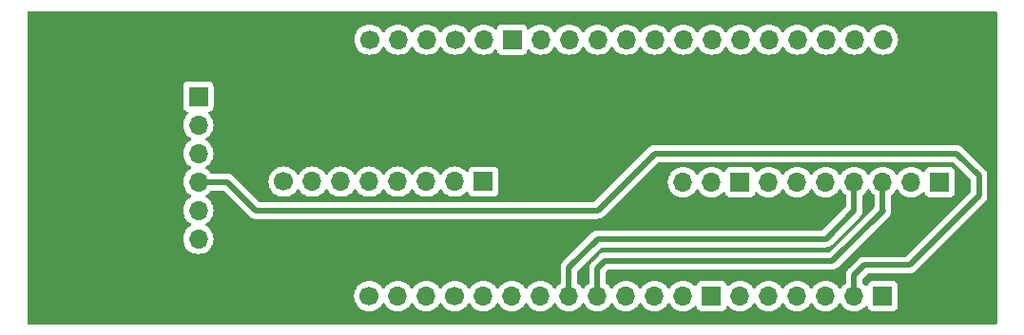
<source format=gbr>
%TF.GenerationSoftware,KiCad,Pcbnew,7.0.10*%
%TF.CreationDate,2024-01-17T15:28:00-05:00*%
%TF.ProjectId,ESP32-SD,45535033-322d-4534-942e-6b696361645f,1*%
%TF.SameCoordinates,Original*%
%TF.FileFunction,Copper,L1,Top*%
%TF.FilePolarity,Positive*%
%FSLAX46Y46*%
G04 Gerber Fmt 4.6, Leading zero omitted, Abs format (unit mm)*
G04 Created by KiCad (PCBNEW 7.0.10) date 2024-01-17 15:28:00*
%MOMM*%
%LPD*%
G01*
G04 APERTURE LIST*
%TA.AperFunction,ComponentPad*%
%ADD10R,1.700000X1.700000*%
%TD*%
%TA.AperFunction,ComponentPad*%
%ADD11O,1.700000X1.700000*%
%TD*%
%TA.AperFunction,ComponentPad*%
%ADD12C,1.700000*%
%TD*%
%TA.AperFunction,Conductor*%
%ADD13C,0.500000*%
%TD*%
G04 APERTURE END LIST*
D10*
%TO.P,SD,GND*%
%TO.N,N/C*%
X109220000Y-93980000D03*
D11*
%TO.P,SD,MISO*%
X109220000Y-96520000D03*
%TO.P,SD,CLK*%
X109220000Y-99060000D03*
%TO.P,SD,MOSI*%
X109220000Y-101600000D03*
%TO.P,SD,SS*%
X109220000Y-104140000D03*
%TO.P,SD,3v3*%
X109220000Y-106680000D03*
%TD*%
%TO.P,FZ_R,3V3*%
%TO.N,N/C*%
X152390000Y-101610000D03*
%TO.P,FZ_R,PA14*%
X154930000Y-101610000D03*
D10*
%TO.P,FZ_R,GND*%
X157470000Y-101610000D03*
D11*
%TO.P,FZ_R,PA13*%
X160010000Y-101610000D03*
%TO.P,FZ_R,Tx1*%
X162550000Y-101610000D03*
%TO.P,FZ_R,Rx1*%
X165090000Y-101610000D03*
%TO.P,FZ_R,Tx2*%
X167630000Y-101610000D03*
%TO.P,FZ_R,Rx2*%
X170170000Y-101610000D03*
%TO.P,FZ_R,PB14*%
X172710000Y-101610000D03*
D10*
%TO.P,FZ_R,GND*%
X175250000Y-101610000D03*
%TD*%
D12*
%TO.P,Bottom,CLK*%
%TO.N,N/C*%
X124450000Y-111770000D03*
D11*
%TO.P,Bottom,SDD*%
X126990000Y-111770000D03*
%TO.P,Bottom,SD1*%
X129530000Y-111770000D03*
D12*
%TO.P,Bottom,P15*%
X132070000Y-111770000D03*
D11*
%TO.P,Bottom,P2*%
X134610000Y-111770000D03*
%TO.P,Bottom,P0*%
X137150000Y-111770000D03*
%TO.P,Bottom,P4*%
X139690000Y-111770000D03*
%TO.P,Bottom,Rx2*%
X142230000Y-111770000D03*
%TO.P,Bottom,Tx2*%
X144770000Y-111770000D03*
%TO.P,Bottom,SS*%
X147310000Y-111770000D03*
%TO.P,Bottom,CLK*%
X149850000Y-111770000D03*
%TO.P,Bottom,MISO*%
X152390000Y-111770000D03*
D10*
%TO.P,Bottom,GND*%
X154930000Y-111770000D03*
D11*
%TO.P,Bottom,P21*%
X157470000Y-111770000D03*
%TO.P,Bottom,Rx*%
X160010000Y-111770000D03*
%TO.P,Bottom,Tx*%
X162550000Y-111770000D03*
%TO.P,Bottom,P22*%
X165090000Y-111770000D03*
%TO.P,Bottom,MOSI*%
X167630000Y-111770000D03*
D10*
%TO.P,Bottom,GND*%
X170170000Y-111770000D03*
%TD*%
D12*
%TO.P,Top,5V*%
%TO.N,N/C*%
X124460000Y-88900000D03*
D11*
%TO.P,Top,CND*%
X127000000Y-88900000D03*
%TO.P,Top,SD3*%
X129540000Y-88900000D03*
D12*
%TO.P,Top,SD2*%
X132080000Y-88900000D03*
D11*
%TO.P,Top,P13*%
X134620000Y-88900000D03*
D10*
%TO.P,Top,GND*%
X137160000Y-88900000D03*
D11*
%TO.P,Top,P12*%
X139700000Y-88900000D03*
%TO.P,Top,P14*%
X142240000Y-88900000D03*
%TO.P,Top,P27*%
X144780000Y-88900000D03*
%TO.P,Top,P26*%
X147320000Y-88900000D03*
%TO.P,Top,P25*%
X149860000Y-88900000D03*
%TO.P,Top,P33*%
X152400000Y-88900000D03*
%TO.P,Top,P32*%
X154940000Y-88900000D03*
%TO.P,Top,P35*%
X157480000Y-88900000D03*
%TO.P,Top,P34*%
X160020000Y-88900000D03*
%TO.P,Top,SVN*%
X162560000Y-88900000D03*
%TO.P,Top,SVP*%
X165100000Y-88900000D03*
%TO.P,Top,EN*%
X167640000Y-88900000D03*
%TO.P,Top,3v3*%
X170180000Y-88900000D03*
%TD*%
D12*
%TO.P,Left,5V*%
%TO.N,N/C*%
X116830000Y-101585000D03*
D11*
%TO.P,Left,PA7*%
X119370000Y-101585000D03*
%TO.P,Left,PA6*%
X121910000Y-101585000D03*
%TO.P,Left,PA4*%
X124450000Y-101585000D03*
%TO.P,Left,PB3*%
X126990000Y-101585000D03*
%TO.P,Left,PB2*%
X129530000Y-101585000D03*
%TO.P,Left,PC3*%
X132070000Y-101585000D03*
D10*
%TO.P,Left,GND*%
X134610000Y-101585000D03*
%TD*%
D13*
%TO.N,*%
X167630000Y-109908861D02*
X167630000Y-111770000D01*
X168511002Y-109027859D02*
X167630000Y-109908861D01*
X172549646Y-109027859D02*
X168511002Y-109027859D01*
X149860000Y-99060000D02*
X176740797Y-99060000D01*
X144780000Y-104140000D02*
X149860000Y-99060000D01*
X176740797Y-99060000D02*
X178726395Y-101045598D01*
X178726395Y-102851110D02*
X172549646Y-109027859D01*
X114300000Y-104140000D02*
X144780000Y-104140000D01*
X111760000Y-101600000D02*
X114300000Y-104140000D01*
X178726395Y-101045598D02*
X178726395Y-102851110D01*
X109220000Y-101600000D02*
X111760000Y-101600000D01*
X170170000Y-104130000D02*
X170170000Y-101610000D01*
X170180000Y-104140000D02*
X170170000Y-104130000D01*
X165676189Y-108643811D02*
X170180000Y-104140000D01*
X145421548Y-108643811D02*
X165676189Y-108643811D01*
X144770000Y-111770000D02*
X144770000Y-109295359D01*
X144770000Y-109295359D02*
X145421548Y-108643811D01*
X165100000Y-106680000D02*
X167630000Y-104150000D01*
X144780000Y-106680000D02*
X165100000Y-106680000D01*
X142230000Y-109230000D02*
X144780000Y-106680000D01*
X142230000Y-111770000D02*
X142230000Y-109230000D01*
X167630000Y-104150000D02*
X167630000Y-101610000D01*
%TD*%
%TA.AperFunction,NonConductor*%
G36*
X180282539Y-86380185D02*
G01*
X180328294Y-86432989D01*
X180339500Y-86484500D01*
X180339500Y-114175500D01*
X180319815Y-114242539D01*
X180267011Y-114288294D01*
X180215500Y-114299500D01*
X94104500Y-114299500D01*
X94037461Y-114279815D01*
X93991706Y-114227011D01*
X93980500Y-114175500D01*
X93980500Y-106680000D01*
X107864341Y-106680000D01*
X107884936Y-106915403D01*
X107884938Y-106915413D01*
X107946094Y-107143655D01*
X107946096Y-107143659D01*
X107946097Y-107143663D01*
X108006274Y-107272712D01*
X108045965Y-107357830D01*
X108045967Y-107357834D01*
X108100202Y-107435289D01*
X108181505Y-107551401D01*
X108348599Y-107718495D01*
X108445384Y-107786265D01*
X108542165Y-107854032D01*
X108542167Y-107854033D01*
X108542170Y-107854035D01*
X108756337Y-107953903D01*
X108756343Y-107953904D01*
X108756344Y-107953905D01*
X108798995Y-107965333D01*
X108984592Y-108015063D01*
X109172918Y-108031539D01*
X109219999Y-108035659D01*
X109220000Y-108035659D01*
X109220001Y-108035659D01*
X109259234Y-108032226D01*
X109455408Y-108015063D01*
X109683663Y-107953903D01*
X109897830Y-107854035D01*
X110091401Y-107718495D01*
X110258495Y-107551401D01*
X110394035Y-107357830D01*
X110493903Y-107143663D01*
X110555063Y-106915408D01*
X110575659Y-106680000D01*
X110555063Y-106444592D01*
X110493903Y-106216337D01*
X110394035Y-106002171D01*
X110393582Y-106001523D01*
X110258494Y-105808597D01*
X110091402Y-105641506D01*
X110091396Y-105641501D01*
X109905842Y-105511575D01*
X109862217Y-105456998D01*
X109855023Y-105387500D01*
X109886546Y-105325145D01*
X109905842Y-105308425D01*
X109928026Y-105292891D01*
X110091401Y-105178495D01*
X110258495Y-105011401D01*
X110394035Y-104817830D01*
X110493903Y-104603663D01*
X110555063Y-104375408D01*
X110575659Y-104140000D01*
X110575580Y-104139102D01*
X110563220Y-103997829D01*
X110555063Y-103904592D01*
X110493903Y-103676337D01*
X110394035Y-103462171D01*
X110351006Y-103400718D01*
X110258494Y-103268597D01*
X110091402Y-103101506D01*
X110091396Y-103101501D01*
X109905842Y-102971575D01*
X109862217Y-102916998D01*
X109855023Y-102847500D01*
X109886546Y-102785145D01*
X109905842Y-102768425D01*
X110009098Y-102696124D01*
X110091401Y-102638495D01*
X110258495Y-102471401D01*
X110306127Y-102403376D01*
X110360704Y-102359751D01*
X110407701Y-102350500D01*
X111397770Y-102350500D01*
X111464809Y-102370185D01*
X111485451Y-102386819D01*
X113724267Y-104625634D01*
X113736048Y-104639266D01*
X113750389Y-104658529D01*
X113750390Y-104658530D01*
X113788343Y-104690376D01*
X113796319Y-104697686D01*
X113800222Y-104701590D01*
X113800223Y-104701591D01*
X113824538Y-104720816D01*
X113827293Y-104723059D01*
X113884786Y-104771302D01*
X113884790Y-104771304D01*
X113890823Y-104775272D01*
X113890789Y-104775322D01*
X113897144Y-104779370D01*
X113897177Y-104779318D01*
X113903315Y-104783104D01*
X113903323Y-104783110D01*
X113971291Y-104814804D01*
X113974452Y-104816333D01*
X114041567Y-104850040D01*
X114041572Y-104850041D01*
X114048355Y-104852510D01*
X114048334Y-104852567D01*
X114055451Y-104855040D01*
X114055470Y-104854984D01*
X114062324Y-104857255D01*
X114062325Y-104857255D01*
X114062327Y-104857256D01*
X114135848Y-104872436D01*
X114139209Y-104873181D01*
X114212279Y-104890500D01*
X114212285Y-104890500D01*
X114219452Y-104891338D01*
X114219445Y-104891397D01*
X114226946Y-104892163D01*
X114226952Y-104892104D01*
X114234141Y-104892733D01*
X114234143Y-104892732D01*
X114234144Y-104892733D01*
X114309111Y-104890552D01*
X114312717Y-104890500D01*
X144716295Y-104890500D01*
X144734265Y-104891809D01*
X144758023Y-104895289D01*
X144807369Y-104890971D01*
X144818176Y-104890500D01*
X144823704Y-104890500D01*
X144823709Y-104890500D01*
X144854556Y-104886893D01*
X144858030Y-104886539D01*
X144932797Y-104879999D01*
X144932805Y-104879996D01*
X144939866Y-104878539D01*
X144939878Y-104878598D01*
X144947243Y-104876965D01*
X144947229Y-104876906D01*
X144954249Y-104875241D01*
X144954255Y-104875241D01*
X145024779Y-104849572D01*
X145028117Y-104848412D01*
X145099334Y-104824814D01*
X145099342Y-104824808D01*
X145105882Y-104821760D01*
X145105908Y-104821816D01*
X145112690Y-104818532D01*
X145112663Y-104818478D01*
X145119113Y-104815238D01*
X145119117Y-104815237D01*
X145181837Y-104773984D01*
X145184732Y-104772140D01*
X145248656Y-104732712D01*
X145248662Y-104732705D01*
X145254325Y-104728229D01*
X145254363Y-104728277D01*
X145260200Y-104723522D01*
X145260161Y-104723475D01*
X145265691Y-104718833D01*
X145265696Y-104718830D01*
X145317184Y-104664254D01*
X145319631Y-104661735D01*
X150134549Y-99846819D01*
X150195872Y-99813334D01*
X150222230Y-99810500D01*
X176378567Y-99810500D01*
X176445606Y-99830185D01*
X176466248Y-99846819D01*
X177939576Y-101320146D01*
X177973061Y-101381469D01*
X177975895Y-101407827D01*
X177975895Y-102488880D01*
X177956210Y-102555919D01*
X177939576Y-102576561D01*
X172275097Y-108241040D01*
X172213774Y-108274525D01*
X172187416Y-108277359D01*
X168574707Y-108277359D01*
X168556737Y-108276050D01*
X168532974Y-108272569D01*
X168485845Y-108276693D01*
X168483632Y-108276887D01*
X168472826Y-108277359D01*
X168467286Y-108277359D01*
X168436503Y-108280957D01*
X168432918Y-108281323D01*
X168358201Y-108287860D01*
X168351134Y-108289319D01*
X168351122Y-108289263D01*
X168343765Y-108290894D01*
X168343779Y-108290951D01*
X168336742Y-108292619D01*
X168266233Y-108318280D01*
X168262832Y-108319462D01*
X168191670Y-108343043D01*
X168185128Y-108346094D01*
X168185103Y-108346042D01*
X168178310Y-108349330D01*
X168178336Y-108349381D01*
X168171888Y-108352619D01*
X168109230Y-108393829D01*
X168106193Y-108395764D01*
X168042346Y-108435147D01*
X168036679Y-108439628D01*
X168036643Y-108439582D01*
X168030800Y-108444343D01*
X168030837Y-108444387D01*
X168025312Y-108449023D01*
X167973850Y-108503568D01*
X167971338Y-108506153D01*
X167144358Y-109333133D01*
X167130729Y-109344912D01*
X167111469Y-109359251D01*
X167079632Y-109397192D01*
X167072346Y-109405145D01*
X167068407Y-109409085D01*
X167049176Y-109433406D01*
X167046902Y-109436198D01*
X166998694Y-109493651D01*
X166994729Y-109499680D01*
X166994682Y-109499649D01*
X166990630Y-109506008D01*
X166990679Y-109506038D01*
X166986889Y-109512182D01*
X166955192Y-109580155D01*
X166953623Y-109583397D01*
X166919957Y-109650433D01*
X166917488Y-109657218D01*
X166917432Y-109657197D01*
X166914960Y-109664311D01*
X166915015Y-109664330D01*
X166912743Y-109671186D01*
X166897573Y-109744649D01*
X166896793Y-109748165D01*
X166879499Y-109821140D01*
X166878661Y-109828315D01*
X166878601Y-109828308D01*
X166877835Y-109835806D01*
X166877895Y-109835812D01*
X166877265Y-109843001D01*
X166879448Y-109917989D01*
X166879500Y-109921596D01*
X166879500Y-110582298D01*
X166859815Y-110649337D01*
X166826625Y-110683872D01*
X166758595Y-110731507D01*
X166591505Y-110898597D01*
X166461575Y-111084158D01*
X166406998Y-111127783D01*
X166337500Y-111134977D01*
X166275145Y-111103454D01*
X166258425Y-111084158D01*
X166128494Y-110898597D01*
X165961402Y-110731506D01*
X165961395Y-110731501D01*
X165767834Y-110595967D01*
X165767830Y-110595965D01*
X165738521Y-110582298D01*
X165553663Y-110496097D01*
X165553659Y-110496096D01*
X165553655Y-110496094D01*
X165325413Y-110434938D01*
X165325403Y-110434936D01*
X165090001Y-110414341D01*
X165089999Y-110414341D01*
X164854596Y-110434936D01*
X164854586Y-110434938D01*
X164626344Y-110496094D01*
X164626335Y-110496098D01*
X164412171Y-110595964D01*
X164412169Y-110595965D01*
X164218597Y-110731505D01*
X164051505Y-110898597D01*
X163921575Y-111084158D01*
X163866998Y-111127783D01*
X163797500Y-111134977D01*
X163735145Y-111103454D01*
X163718425Y-111084158D01*
X163588494Y-110898597D01*
X163421402Y-110731506D01*
X163421395Y-110731501D01*
X163227834Y-110595967D01*
X163227830Y-110595965D01*
X163198521Y-110582298D01*
X163013663Y-110496097D01*
X163013659Y-110496096D01*
X163013655Y-110496094D01*
X162785413Y-110434938D01*
X162785403Y-110434936D01*
X162550001Y-110414341D01*
X162549999Y-110414341D01*
X162314596Y-110434936D01*
X162314586Y-110434938D01*
X162086344Y-110496094D01*
X162086335Y-110496098D01*
X161872171Y-110595964D01*
X161872169Y-110595965D01*
X161678597Y-110731505D01*
X161511505Y-110898597D01*
X161381575Y-111084158D01*
X161326998Y-111127783D01*
X161257500Y-111134977D01*
X161195145Y-111103454D01*
X161178425Y-111084158D01*
X161048494Y-110898597D01*
X160881402Y-110731506D01*
X160881395Y-110731501D01*
X160687834Y-110595967D01*
X160687830Y-110595965D01*
X160658521Y-110582298D01*
X160473663Y-110496097D01*
X160473659Y-110496096D01*
X160473655Y-110496094D01*
X160245413Y-110434938D01*
X160245403Y-110434936D01*
X160010001Y-110414341D01*
X160009999Y-110414341D01*
X159774596Y-110434936D01*
X159774586Y-110434938D01*
X159546344Y-110496094D01*
X159546335Y-110496098D01*
X159332171Y-110595964D01*
X159332169Y-110595965D01*
X159138597Y-110731505D01*
X158971505Y-110898597D01*
X158841575Y-111084158D01*
X158786998Y-111127783D01*
X158717500Y-111134977D01*
X158655145Y-111103454D01*
X158638425Y-111084158D01*
X158508494Y-110898597D01*
X158341402Y-110731506D01*
X158341395Y-110731501D01*
X158147834Y-110595967D01*
X158147830Y-110595965D01*
X158118521Y-110582298D01*
X157933663Y-110496097D01*
X157933659Y-110496096D01*
X157933655Y-110496094D01*
X157705413Y-110434938D01*
X157705403Y-110434936D01*
X157470001Y-110414341D01*
X157469999Y-110414341D01*
X157234596Y-110434936D01*
X157234586Y-110434938D01*
X157006344Y-110496094D01*
X157006335Y-110496098D01*
X156792171Y-110595964D01*
X156792169Y-110595965D01*
X156598600Y-110731503D01*
X156476673Y-110853430D01*
X156415350Y-110886914D01*
X156345658Y-110881930D01*
X156289725Y-110840058D01*
X156272810Y-110809081D01*
X156223797Y-110677671D01*
X156223793Y-110677664D01*
X156137547Y-110562455D01*
X156137544Y-110562452D01*
X156022335Y-110476206D01*
X156022328Y-110476202D01*
X155887482Y-110425908D01*
X155887483Y-110425908D01*
X155827883Y-110419501D01*
X155827881Y-110419500D01*
X155827873Y-110419500D01*
X155827864Y-110419500D01*
X154032129Y-110419500D01*
X154032123Y-110419501D01*
X153972516Y-110425908D01*
X153837671Y-110476202D01*
X153837664Y-110476206D01*
X153722455Y-110562452D01*
X153722452Y-110562455D01*
X153636206Y-110677664D01*
X153636203Y-110677669D01*
X153587189Y-110809083D01*
X153545317Y-110865016D01*
X153479853Y-110889433D01*
X153411580Y-110874581D01*
X153383326Y-110853430D01*
X153261402Y-110731506D01*
X153261395Y-110731501D01*
X153067834Y-110595967D01*
X153067830Y-110595965D01*
X153038521Y-110582298D01*
X152853663Y-110496097D01*
X152853659Y-110496096D01*
X152853655Y-110496094D01*
X152625413Y-110434938D01*
X152625403Y-110434936D01*
X152390001Y-110414341D01*
X152389999Y-110414341D01*
X152154596Y-110434936D01*
X152154586Y-110434938D01*
X151926344Y-110496094D01*
X151926335Y-110496098D01*
X151712171Y-110595964D01*
X151712169Y-110595965D01*
X151518597Y-110731505D01*
X151351505Y-110898597D01*
X151221575Y-111084158D01*
X151166998Y-111127783D01*
X151097500Y-111134977D01*
X151035145Y-111103454D01*
X151018425Y-111084158D01*
X150888494Y-110898597D01*
X150721402Y-110731506D01*
X150721395Y-110731501D01*
X150527834Y-110595967D01*
X150527830Y-110595965D01*
X150498521Y-110582298D01*
X150313663Y-110496097D01*
X150313659Y-110496096D01*
X150313655Y-110496094D01*
X150085413Y-110434938D01*
X150085403Y-110434936D01*
X149850001Y-110414341D01*
X149849999Y-110414341D01*
X149614596Y-110434936D01*
X149614586Y-110434938D01*
X149386344Y-110496094D01*
X149386335Y-110496098D01*
X149172171Y-110595964D01*
X149172169Y-110595965D01*
X148978597Y-110731505D01*
X148811505Y-110898597D01*
X148681575Y-111084158D01*
X148626998Y-111127783D01*
X148557500Y-111134977D01*
X148495145Y-111103454D01*
X148478425Y-111084158D01*
X148348494Y-110898597D01*
X148181402Y-110731506D01*
X148181395Y-110731501D01*
X147987834Y-110595967D01*
X147987830Y-110595965D01*
X147958521Y-110582298D01*
X147773663Y-110496097D01*
X147773659Y-110496096D01*
X147773655Y-110496094D01*
X147545413Y-110434938D01*
X147545403Y-110434936D01*
X147310001Y-110414341D01*
X147309999Y-110414341D01*
X147074596Y-110434936D01*
X147074586Y-110434938D01*
X146846344Y-110496094D01*
X146846335Y-110496098D01*
X146632171Y-110595964D01*
X146632169Y-110595965D01*
X146438597Y-110731505D01*
X146271505Y-110898597D01*
X146141575Y-111084158D01*
X146086998Y-111127783D01*
X146017500Y-111134977D01*
X145955145Y-111103454D01*
X145938425Y-111084158D01*
X145808494Y-110898597D01*
X145641404Y-110731507D01*
X145573375Y-110683872D01*
X145529751Y-110629294D01*
X145520500Y-110582298D01*
X145520500Y-109657589D01*
X145540185Y-109590550D01*
X145556819Y-109569908D01*
X145696097Y-109430630D01*
X145757420Y-109397145D01*
X145783778Y-109394311D01*
X165612484Y-109394311D01*
X165630454Y-109395620D01*
X165654212Y-109399100D01*
X165703558Y-109394782D01*
X165714365Y-109394311D01*
X165719893Y-109394311D01*
X165719898Y-109394311D01*
X165750745Y-109390704D01*
X165754219Y-109390350D01*
X165828986Y-109383810D01*
X165828994Y-109383807D01*
X165836055Y-109382350D01*
X165836067Y-109382409D01*
X165843432Y-109380776D01*
X165843418Y-109380717D01*
X165850438Y-109379052D01*
X165850444Y-109379052D01*
X165920968Y-109353383D01*
X165924306Y-109352223D01*
X165995523Y-109328625D01*
X165995531Y-109328619D01*
X166002071Y-109325571D01*
X166002097Y-109325627D01*
X166008879Y-109322343D01*
X166008852Y-109322289D01*
X166015302Y-109319049D01*
X166015306Y-109319048D01*
X166078026Y-109277795D01*
X166080921Y-109275951D01*
X166144845Y-109236523D01*
X166144851Y-109236516D01*
X166150514Y-109232040D01*
X166150551Y-109232088D01*
X166156393Y-109227329D01*
X166156353Y-109227282D01*
X166161875Y-109222646D01*
X166161885Y-109222641D01*
X166213374Y-109168064D01*
X166215821Y-109165545D01*
X170692696Y-104688669D01*
X170697906Y-104683753D01*
X170744459Y-104642326D01*
X170780204Y-104591274D01*
X170784472Y-104585542D01*
X170823111Y-104536677D01*
X170827851Y-104526510D01*
X170838656Y-104507796D01*
X170845088Y-104498612D01*
X170868082Y-104440729D01*
X170870925Y-104434137D01*
X170897257Y-104377672D01*
X170899523Y-104366694D01*
X170905726Y-104345976D01*
X170909862Y-104335567D01*
X170918890Y-104273924D01*
X170920128Y-104266899D01*
X170932734Y-104205855D01*
X170932408Y-104194652D01*
X170933664Y-104173071D01*
X170935289Y-104161975D01*
X170929862Y-104099958D01*
X170929442Y-104092753D01*
X170927631Y-104030487D01*
X170926442Y-104026051D01*
X170924727Y-104019647D01*
X170920930Y-103997853D01*
X170920928Y-103997829D01*
X170920500Y-103987531D01*
X170920500Y-102797700D01*
X170940185Y-102730661D01*
X170973375Y-102696126D01*
X171041401Y-102648495D01*
X171208495Y-102481401D01*
X171338425Y-102295842D01*
X171393002Y-102252217D01*
X171462500Y-102245023D01*
X171524855Y-102276546D01*
X171541575Y-102295842D01*
X171671500Y-102481395D01*
X171671505Y-102481401D01*
X171838599Y-102648495D01*
X171935384Y-102716265D01*
X172032165Y-102784032D01*
X172032167Y-102784033D01*
X172032170Y-102784035D01*
X172246337Y-102883903D01*
X172474592Y-102945063D01*
X172651034Y-102960500D01*
X172709999Y-102965659D01*
X172710000Y-102965659D01*
X172710001Y-102965659D01*
X172768966Y-102960500D01*
X172945408Y-102945063D01*
X173173663Y-102883903D01*
X173387830Y-102784035D01*
X173581401Y-102648495D01*
X173703329Y-102526566D01*
X173764648Y-102493084D01*
X173834340Y-102498068D01*
X173890274Y-102539939D01*
X173907189Y-102570917D01*
X173956202Y-102702328D01*
X173956206Y-102702335D01*
X174042452Y-102817544D01*
X174042455Y-102817547D01*
X174157664Y-102903793D01*
X174157671Y-102903797D01*
X174292517Y-102954091D01*
X174292516Y-102954091D01*
X174299444Y-102954835D01*
X174352127Y-102960500D01*
X176147872Y-102960499D01*
X176207483Y-102954091D01*
X176342331Y-102903796D01*
X176457546Y-102817546D01*
X176543796Y-102702331D01*
X176594091Y-102567483D01*
X176600500Y-102507873D01*
X176600499Y-100712128D01*
X176594091Y-100652517D01*
X176592810Y-100649083D01*
X176543797Y-100517671D01*
X176543793Y-100517664D01*
X176457547Y-100402455D01*
X176457544Y-100402452D01*
X176342335Y-100316206D01*
X176342328Y-100316202D01*
X176207482Y-100265908D01*
X176207483Y-100265908D01*
X176147883Y-100259501D01*
X176147881Y-100259500D01*
X176147873Y-100259500D01*
X176147864Y-100259500D01*
X174352129Y-100259500D01*
X174352123Y-100259501D01*
X174292516Y-100265908D01*
X174157671Y-100316202D01*
X174157664Y-100316206D01*
X174042455Y-100402452D01*
X174042452Y-100402455D01*
X173956206Y-100517664D01*
X173956203Y-100517669D01*
X173907189Y-100649083D01*
X173865317Y-100705016D01*
X173799853Y-100729433D01*
X173731580Y-100714581D01*
X173703326Y-100693430D01*
X173581402Y-100571506D01*
X173581395Y-100571501D01*
X173581079Y-100571280D01*
X173504518Y-100517671D01*
X173387834Y-100435967D01*
X173387830Y-100435965D01*
X173366385Y-100425965D01*
X173173663Y-100336097D01*
X173173659Y-100336096D01*
X173173655Y-100336094D01*
X172945413Y-100274938D01*
X172945403Y-100274936D01*
X172710001Y-100254341D01*
X172709999Y-100254341D01*
X172474596Y-100274936D01*
X172474586Y-100274938D01*
X172246344Y-100336094D01*
X172246335Y-100336098D01*
X172032171Y-100435964D01*
X172032169Y-100435965D01*
X171838597Y-100571505D01*
X171671505Y-100738597D01*
X171541575Y-100924158D01*
X171486998Y-100967783D01*
X171417500Y-100974977D01*
X171355145Y-100943454D01*
X171338425Y-100924158D01*
X171208494Y-100738597D01*
X171041402Y-100571506D01*
X171041395Y-100571501D01*
X171041079Y-100571280D01*
X170964518Y-100517671D01*
X170847834Y-100435967D01*
X170847830Y-100435965D01*
X170826385Y-100425965D01*
X170633663Y-100336097D01*
X170633659Y-100336096D01*
X170633655Y-100336094D01*
X170405413Y-100274938D01*
X170405403Y-100274936D01*
X170170001Y-100254341D01*
X170169999Y-100254341D01*
X169934596Y-100274936D01*
X169934586Y-100274938D01*
X169706344Y-100336094D01*
X169706335Y-100336098D01*
X169492171Y-100435964D01*
X169492169Y-100435965D01*
X169298597Y-100571505D01*
X169131505Y-100738597D01*
X169001575Y-100924158D01*
X168946998Y-100967783D01*
X168877500Y-100974977D01*
X168815145Y-100943454D01*
X168798425Y-100924158D01*
X168668494Y-100738597D01*
X168501402Y-100571506D01*
X168501395Y-100571501D01*
X168501079Y-100571280D01*
X168424518Y-100517671D01*
X168307834Y-100435967D01*
X168307830Y-100435965D01*
X168286385Y-100425965D01*
X168093663Y-100336097D01*
X168093659Y-100336096D01*
X168093655Y-100336094D01*
X167865413Y-100274938D01*
X167865403Y-100274936D01*
X167630001Y-100254341D01*
X167629999Y-100254341D01*
X167394596Y-100274936D01*
X167394586Y-100274938D01*
X167166344Y-100336094D01*
X167166335Y-100336098D01*
X166952171Y-100435964D01*
X166952169Y-100435965D01*
X166758597Y-100571505D01*
X166591505Y-100738597D01*
X166461575Y-100924158D01*
X166406998Y-100967783D01*
X166337500Y-100974977D01*
X166275145Y-100943454D01*
X166258425Y-100924158D01*
X166128494Y-100738597D01*
X165961402Y-100571506D01*
X165961395Y-100571501D01*
X165961079Y-100571280D01*
X165884518Y-100517671D01*
X165767834Y-100435967D01*
X165767830Y-100435965D01*
X165746385Y-100425965D01*
X165553663Y-100336097D01*
X165553659Y-100336096D01*
X165553655Y-100336094D01*
X165325413Y-100274938D01*
X165325403Y-100274936D01*
X165090001Y-100254341D01*
X165089999Y-100254341D01*
X164854596Y-100274936D01*
X164854586Y-100274938D01*
X164626344Y-100336094D01*
X164626335Y-100336098D01*
X164412171Y-100435964D01*
X164412169Y-100435965D01*
X164218597Y-100571505D01*
X164051505Y-100738597D01*
X163921575Y-100924158D01*
X163866998Y-100967783D01*
X163797500Y-100974977D01*
X163735145Y-100943454D01*
X163718425Y-100924158D01*
X163588494Y-100738597D01*
X163421402Y-100571506D01*
X163421395Y-100571501D01*
X163421079Y-100571280D01*
X163344518Y-100517671D01*
X163227834Y-100435967D01*
X163227830Y-100435965D01*
X163206385Y-100425965D01*
X163013663Y-100336097D01*
X163013659Y-100336096D01*
X163013655Y-100336094D01*
X162785413Y-100274938D01*
X162785403Y-100274936D01*
X162550001Y-100254341D01*
X162549999Y-100254341D01*
X162314596Y-100274936D01*
X162314586Y-100274938D01*
X162086344Y-100336094D01*
X162086335Y-100336098D01*
X161872171Y-100435964D01*
X161872169Y-100435965D01*
X161678597Y-100571505D01*
X161511505Y-100738597D01*
X161381575Y-100924158D01*
X161326998Y-100967783D01*
X161257500Y-100974977D01*
X161195145Y-100943454D01*
X161178425Y-100924158D01*
X161048494Y-100738597D01*
X160881402Y-100571506D01*
X160881395Y-100571501D01*
X160881079Y-100571280D01*
X160804518Y-100517671D01*
X160687834Y-100435967D01*
X160687830Y-100435965D01*
X160666385Y-100425965D01*
X160473663Y-100336097D01*
X160473659Y-100336096D01*
X160473655Y-100336094D01*
X160245413Y-100274938D01*
X160245403Y-100274936D01*
X160010001Y-100254341D01*
X160009999Y-100254341D01*
X159774596Y-100274936D01*
X159774586Y-100274938D01*
X159546344Y-100336094D01*
X159546335Y-100336098D01*
X159332171Y-100435964D01*
X159332169Y-100435965D01*
X159138600Y-100571503D01*
X159016673Y-100693430D01*
X158955350Y-100726914D01*
X158885658Y-100721930D01*
X158829725Y-100680058D01*
X158812810Y-100649081D01*
X158763797Y-100517671D01*
X158763793Y-100517664D01*
X158677547Y-100402455D01*
X158677544Y-100402452D01*
X158562335Y-100316206D01*
X158562328Y-100316202D01*
X158427482Y-100265908D01*
X158427483Y-100265908D01*
X158367883Y-100259501D01*
X158367881Y-100259500D01*
X158367873Y-100259500D01*
X158367864Y-100259500D01*
X156572129Y-100259500D01*
X156572123Y-100259501D01*
X156512516Y-100265908D01*
X156377671Y-100316202D01*
X156377664Y-100316206D01*
X156262455Y-100402452D01*
X156262452Y-100402455D01*
X156176206Y-100517664D01*
X156176203Y-100517669D01*
X156127189Y-100649083D01*
X156085317Y-100705016D01*
X156019853Y-100729433D01*
X155951580Y-100714581D01*
X155923326Y-100693430D01*
X155801402Y-100571506D01*
X155801395Y-100571501D01*
X155801079Y-100571280D01*
X155724518Y-100517671D01*
X155607834Y-100435967D01*
X155607830Y-100435965D01*
X155586385Y-100425965D01*
X155393663Y-100336097D01*
X155393659Y-100336096D01*
X155393655Y-100336094D01*
X155165413Y-100274938D01*
X155165403Y-100274936D01*
X154930001Y-100254341D01*
X154929999Y-100254341D01*
X154694596Y-100274936D01*
X154694586Y-100274938D01*
X154466344Y-100336094D01*
X154466335Y-100336098D01*
X154252171Y-100435964D01*
X154252169Y-100435965D01*
X154058597Y-100571505D01*
X153891505Y-100738597D01*
X153761575Y-100924158D01*
X153706998Y-100967783D01*
X153637500Y-100974977D01*
X153575145Y-100943454D01*
X153558425Y-100924158D01*
X153428494Y-100738597D01*
X153261402Y-100571506D01*
X153261395Y-100571501D01*
X153261079Y-100571280D01*
X153184518Y-100517671D01*
X153067834Y-100435967D01*
X153067830Y-100435965D01*
X153046385Y-100425965D01*
X152853663Y-100336097D01*
X152853659Y-100336096D01*
X152853655Y-100336094D01*
X152625413Y-100274938D01*
X152625403Y-100274936D01*
X152390001Y-100254341D01*
X152389999Y-100254341D01*
X152154596Y-100274936D01*
X152154586Y-100274938D01*
X151926344Y-100336094D01*
X151926335Y-100336098D01*
X151712171Y-100435964D01*
X151712169Y-100435965D01*
X151518597Y-100571505D01*
X151351505Y-100738597D01*
X151215965Y-100932169D01*
X151215964Y-100932171D01*
X151116098Y-101146335D01*
X151116094Y-101146344D01*
X151054938Y-101374586D01*
X151054936Y-101374596D01*
X151034341Y-101609999D01*
X151034341Y-101610000D01*
X151054936Y-101845403D01*
X151054938Y-101845413D01*
X151116094Y-102073655D01*
X151116096Y-102073659D01*
X151116097Y-102073663D01*
X151199358Y-102252217D01*
X151215965Y-102287830D01*
X151215967Y-102287834D01*
X151285278Y-102386819D01*
X151351505Y-102481401D01*
X151518599Y-102648495D01*
X151615384Y-102716265D01*
X151712165Y-102784032D01*
X151712167Y-102784033D01*
X151712170Y-102784035D01*
X151926337Y-102883903D01*
X152154592Y-102945063D01*
X152331034Y-102960500D01*
X152389999Y-102965659D01*
X152390000Y-102965659D01*
X152390001Y-102965659D01*
X152448966Y-102960500D01*
X152625408Y-102945063D01*
X152853663Y-102883903D01*
X153067830Y-102784035D01*
X153261401Y-102648495D01*
X153428495Y-102481401D01*
X153558425Y-102295842D01*
X153613002Y-102252217D01*
X153682500Y-102245023D01*
X153744855Y-102276546D01*
X153761575Y-102295842D01*
X153891500Y-102481395D01*
X153891505Y-102481401D01*
X154058599Y-102648495D01*
X154155384Y-102716265D01*
X154252165Y-102784032D01*
X154252167Y-102784033D01*
X154252170Y-102784035D01*
X154466337Y-102883903D01*
X154694592Y-102945063D01*
X154871034Y-102960500D01*
X154929999Y-102965659D01*
X154930000Y-102965659D01*
X154930001Y-102965659D01*
X154988966Y-102960500D01*
X155165408Y-102945063D01*
X155393663Y-102883903D01*
X155607830Y-102784035D01*
X155801401Y-102648495D01*
X155923329Y-102526566D01*
X155984648Y-102493084D01*
X156054340Y-102498068D01*
X156110274Y-102539939D01*
X156127189Y-102570917D01*
X156176202Y-102702328D01*
X156176206Y-102702335D01*
X156262452Y-102817544D01*
X156262455Y-102817547D01*
X156377664Y-102903793D01*
X156377671Y-102903797D01*
X156512517Y-102954091D01*
X156512516Y-102954091D01*
X156519444Y-102954835D01*
X156572127Y-102960500D01*
X158367872Y-102960499D01*
X158427483Y-102954091D01*
X158562331Y-102903796D01*
X158677546Y-102817546D01*
X158763796Y-102702331D01*
X158812810Y-102570916D01*
X158854681Y-102514984D01*
X158920145Y-102490566D01*
X158988418Y-102505417D01*
X159016673Y-102526569D01*
X159138599Y-102648495D01*
X159235384Y-102716265D01*
X159332165Y-102784032D01*
X159332167Y-102784033D01*
X159332170Y-102784035D01*
X159546337Y-102883903D01*
X159774592Y-102945063D01*
X159951034Y-102960500D01*
X160009999Y-102965659D01*
X160010000Y-102965659D01*
X160010001Y-102965659D01*
X160068966Y-102960500D01*
X160245408Y-102945063D01*
X160473663Y-102883903D01*
X160687830Y-102784035D01*
X160881401Y-102648495D01*
X161048495Y-102481401D01*
X161178425Y-102295842D01*
X161233002Y-102252217D01*
X161302500Y-102245023D01*
X161364855Y-102276546D01*
X161381575Y-102295842D01*
X161511500Y-102481395D01*
X161511505Y-102481401D01*
X161678599Y-102648495D01*
X161775384Y-102716265D01*
X161872165Y-102784032D01*
X161872167Y-102784033D01*
X161872170Y-102784035D01*
X162086337Y-102883903D01*
X162314592Y-102945063D01*
X162491034Y-102960500D01*
X162549999Y-102965659D01*
X162550000Y-102965659D01*
X162550001Y-102965659D01*
X162608966Y-102960500D01*
X162785408Y-102945063D01*
X163013663Y-102883903D01*
X163227830Y-102784035D01*
X163421401Y-102648495D01*
X163588495Y-102481401D01*
X163718425Y-102295842D01*
X163773002Y-102252217D01*
X163842500Y-102245023D01*
X163904855Y-102276546D01*
X163921575Y-102295842D01*
X164051500Y-102481395D01*
X164051505Y-102481401D01*
X164218599Y-102648495D01*
X164315384Y-102716265D01*
X164412165Y-102784032D01*
X164412167Y-102784033D01*
X164412170Y-102784035D01*
X164626337Y-102883903D01*
X164854592Y-102945063D01*
X165031034Y-102960500D01*
X165089999Y-102965659D01*
X165090000Y-102965659D01*
X165090001Y-102965659D01*
X165148966Y-102960500D01*
X165325408Y-102945063D01*
X165553663Y-102883903D01*
X165767830Y-102784035D01*
X165961401Y-102648495D01*
X166128495Y-102481401D01*
X166258425Y-102295842D01*
X166313002Y-102252217D01*
X166382500Y-102245023D01*
X166444855Y-102276546D01*
X166461575Y-102295842D01*
X166591501Y-102481396D01*
X166591506Y-102481402D01*
X166758595Y-102648492D01*
X166758598Y-102648494D01*
X166758599Y-102648495D01*
X166826623Y-102696125D01*
X166870248Y-102750701D01*
X166879500Y-102797700D01*
X166879500Y-103787770D01*
X166859815Y-103854809D01*
X166843181Y-103875451D01*
X164825451Y-105893181D01*
X164764128Y-105926666D01*
X164737770Y-105929500D01*
X144843705Y-105929500D01*
X144825735Y-105928191D01*
X144801972Y-105924710D01*
X144754843Y-105928834D01*
X144752630Y-105929028D01*
X144741824Y-105929500D01*
X144736284Y-105929500D01*
X144705501Y-105933098D01*
X144701916Y-105933464D01*
X144627199Y-105940001D01*
X144620132Y-105941460D01*
X144620120Y-105941404D01*
X144612763Y-105943035D01*
X144612777Y-105943092D01*
X144605740Y-105944760D01*
X144535231Y-105970421D01*
X144531854Y-105971595D01*
X144492848Y-105984521D01*
X144460668Y-105995185D01*
X144454126Y-105998236D01*
X144454101Y-105998183D01*
X144447308Y-106001471D01*
X144447334Y-106001523D01*
X144440880Y-106004764D01*
X144378221Y-106045975D01*
X144375181Y-106047912D01*
X144311348Y-106087285D01*
X144305683Y-106091765D01*
X144305647Y-106091719D01*
X144299798Y-106096484D01*
X144299835Y-106096528D01*
X144294310Y-106101164D01*
X144242832Y-106155726D01*
X144240320Y-106158311D01*
X141744358Y-108654272D01*
X141730729Y-108666051D01*
X141711469Y-108680390D01*
X141679632Y-108718331D01*
X141672346Y-108726284D01*
X141668407Y-108730224D01*
X141649176Y-108754545D01*
X141646902Y-108757337D01*
X141598694Y-108814790D01*
X141594729Y-108820819D01*
X141594682Y-108820788D01*
X141590630Y-108827147D01*
X141590679Y-108827177D01*
X141586889Y-108833321D01*
X141555192Y-108901294D01*
X141553623Y-108904536D01*
X141519957Y-108971572D01*
X141517488Y-108978357D01*
X141517432Y-108978336D01*
X141514960Y-108985450D01*
X141515015Y-108985469D01*
X141512743Y-108992325D01*
X141497573Y-109065788D01*
X141496793Y-109069304D01*
X141479499Y-109142279D01*
X141478661Y-109149454D01*
X141478601Y-109149447D01*
X141477835Y-109156945D01*
X141477895Y-109156951D01*
X141477265Y-109164140D01*
X141479448Y-109239128D01*
X141479500Y-109242735D01*
X141479500Y-110582298D01*
X141459815Y-110649337D01*
X141426625Y-110683872D01*
X141358595Y-110731507D01*
X141191505Y-110898597D01*
X141061575Y-111084158D01*
X141006998Y-111127783D01*
X140937500Y-111134977D01*
X140875145Y-111103454D01*
X140858425Y-111084158D01*
X140728494Y-110898597D01*
X140561402Y-110731506D01*
X140561395Y-110731501D01*
X140367834Y-110595967D01*
X140367830Y-110595965D01*
X140338521Y-110582298D01*
X140153663Y-110496097D01*
X140153659Y-110496096D01*
X140153655Y-110496094D01*
X139925413Y-110434938D01*
X139925403Y-110434936D01*
X139690001Y-110414341D01*
X139689999Y-110414341D01*
X139454596Y-110434936D01*
X139454586Y-110434938D01*
X139226344Y-110496094D01*
X139226335Y-110496098D01*
X139012171Y-110595964D01*
X139012169Y-110595965D01*
X138818597Y-110731505D01*
X138651505Y-110898597D01*
X138521575Y-111084158D01*
X138466998Y-111127783D01*
X138397500Y-111134977D01*
X138335145Y-111103454D01*
X138318425Y-111084158D01*
X138188494Y-110898597D01*
X138021402Y-110731506D01*
X138021395Y-110731501D01*
X137827834Y-110595967D01*
X137827830Y-110595965D01*
X137798521Y-110582298D01*
X137613663Y-110496097D01*
X137613659Y-110496096D01*
X137613655Y-110496094D01*
X137385413Y-110434938D01*
X137385403Y-110434936D01*
X137150001Y-110414341D01*
X137149999Y-110414341D01*
X136914596Y-110434936D01*
X136914586Y-110434938D01*
X136686344Y-110496094D01*
X136686335Y-110496098D01*
X136472171Y-110595964D01*
X136472169Y-110595965D01*
X136278597Y-110731505D01*
X136111505Y-110898597D01*
X135981575Y-111084158D01*
X135926998Y-111127783D01*
X135857500Y-111134977D01*
X135795145Y-111103454D01*
X135778425Y-111084158D01*
X135648494Y-110898597D01*
X135481402Y-110731506D01*
X135481395Y-110731501D01*
X135287834Y-110595967D01*
X135287830Y-110595965D01*
X135258521Y-110582298D01*
X135073663Y-110496097D01*
X135073659Y-110496096D01*
X135073655Y-110496094D01*
X134845413Y-110434938D01*
X134845403Y-110434936D01*
X134610001Y-110414341D01*
X134609999Y-110414341D01*
X134374596Y-110434936D01*
X134374586Y-110434938D01*
X134146344Y-110496094D01*
X134146335Y-110496098D01*
X133932171Y-110595964D01*
X133932169Y-110595965D01*
X133738597Y-110731505D01*
X133571505Y-110898597D01*
X133441575Y-111084158D01*
X133386998Y-111127783D01*
X133317500Y-111134977D01*
X133255145Y-111103454D01*
X133238425Y-111084158D01*
X133108494Y-110898597D01*
X132941402Y-110731506D01*
X132941395Y-110731501D01*
X132747834Y-110595967D01*
X132747830Y-110595965D01*
X132718521Y-110582298D01*
X132533663Y-110496097D01*
X132533659Y-110496096D01*
X132533655Y-110496094D01*
X132305413Y-110434938D01*
X132305403Y-110434936D01*
X132070001Y-110414341D01*
X132069999Y-110414341D01*
X131834596Y-110434936D01*
X131834586Y-110434938D01*
X131606344Y-110496094D01*
X131606335Y-110496098D01*
X131392171Y-110595964D01*
X131392169Y-110595965D01*
X131198597Y-110731505D01*
X131031505Y-110898597D01*
X130901575Y-111084158D01*
X130846998Y-111127783D01*
X130777500Y-111134977D01*
X130715145Y-111103454D01*
X130698425Y-111084158D01*
X130568494Y-110898597D01*
X130401402Y-110731506D01*
X130401395Y-110731501D01*
X130207834Y-110595967D01*
X130207830Y-110595965D01*
X130178521Y-110582298D01*
X129993663Y-110496097D01*
X129993659Y-110496096D01*
X129993655Y-110496094D01*
X129765413Y-110434938D01*
X129765403Y-110434936D01*
X129530001Y-110414341D01*
X129529999Y-110414341D01*
X129294596Y-110434936D01*
X129294586Y-110434938D01*
X129066344Y-110496094D01*
X129066335Y-110496098D01*
X128852171Y-110595964D01*
X128852169Y-110595965D01*
X128658597Y-110731505D01*
X128491505Y-110898597D01*
X128361575Y-111084158D01*
X128306998Y-111127783D01*
X128237500Y-111134977D01*
X128175145Y-111103454D01*
X128158425Y-111084158D01*
X128028494Y-110898597D01*
X127861402Y-110731506D01*
X127861395Y-110731501D01*
X127667834Y-110595967D01*
X127667830Y-110595965D01*
X127638521Y-110582298D01*
X127453663Y-110496097D01*
X127453659Y-110496096D01*
X127453655Y-110496094D01*
X127225413Y-110434938D01*
X127225403Y-110434936D01*
X126990001Y-110414341D01*
X126989999Y-110414341D01*
X126754596Y-110434936D01*
X126754586Y-110434938D01*
X126526344Y-110496094D01*
X126526335Y-110496098D01*
X126312171Y-110595964D01*
X126312169Y-110595965D01*
X126118597Y-110731505D01*
X125951505Y-110898597D01*
X125821575Y-111084158D01*
X125766998Y-111127783D01*
X125697500Y-111134977D01*
X125635145Y-111103454D01*
X125618425Y-111084158D01*
X125488494Y-110898597D01*
X125321402Y-110731506D01*
X125321395Y-110731501D01*
X125127834Y-110595967D01*
X125127830Y-110595965D01*
X125098521Y-110582298D01*
X124913663Y-110496097D01*
X124913659Y-110496096D01*
X124913655Y-110496094D01*
X124685413Y-110434938D01*
X124685403Y-110434936D01*
X124450001Y-110414341D01*
X124449999Y-110414341D01*
X124214596Y-110434936D01*
X124214586Y-110434938D01*
X123986344Y-110496094D01*
X123986335Y-110496098D01*
X123772171Y-110595964D01*
X123772169Y-110595965D01*
X123578597Y-110731505D01*
X123411505Y-110898597D01*
X123275965Y-111092169D01*
X123275964Y-111092171D01*
X123176098Y-111306335D01*
X123176094Y-111306344D01*
X123114938Y-111534586D01*
X123114936Y-111534596D01*
X123094341Y-111769999D01*
X123094341Y-111770000D01*
X123114936Y-112005403D01*
X123114938Y-112005413D01*
X123176094Y-112233655D01*
X123176096Y-112233659D01*
X123176097Y-112233663D01*
X123180000Y-112242032D01*
X123275965Y-112447830D01*
X123275967Y-112447834D01*
X123384281Y-112602521D01*
X123411505Y-112641401D01*
X123578599Y-112808495D01*
X123675384Y-112876265D01*
X123772165Y-112944032D01*
X123772167Y-112944033D01*
X123772170Y-112944035D01*
X123986337Y-113043903D01*
X124214592Y-113105063D01*
X124391034Y-113120500D01*
X124449999Y-113125659D01*
X124450000Y-113125659D01*
X124450001Y-113125659D01*
X124508966Y-113120500D01*
X124685408Y-113105063D01*
X124913663Y-113043903D01*
X125127830Y-112944035D01*
X125321401Y-112808495D01*
X125488495Y-112641401D01*
X125618425Y-112455842D01*
X125673002Y-112412217D01*
X125742500Y-112405023D01*
X125804855Y-112436546D01*
X125821575Y-112455842D01*
X125951500Y-112641395D01*
X125951505Y-112641401D01*
X126118599Y-112808495D01*
X126215384Y-112876265D01*
X126312165Y-112944032D01*
X126312167Y-112944033D01*
X126312170Y-112944035D01*
X126526337Y-113043903D01*
X126754592Y-113105063D01*
X126931034Y-113120500D01*
X126989999Y-113125659D01*
X126990000Y-113125659D01*
X126990001Y-113125659D01*
X127048966Y-113120500D01*
X127225408Y-113105063D01*
X127453663Y-113043903D01*
X127667830Y-112944035D01*
X127861401Y-112808495D01*
X128028495Y-112641401D01*
X128158425Y-112455842D01*
X128213002Y-112412217D01*
X128282500Y-112405023D01*
X128344855Y-112436546D01*
X128361575Y-112455842D01*
X128491500Y-112641395D01*
X128491505Y-112641401D01*
X128658599Y-112808495D01*
X128755384Y-112876265D01*
X128852165Y-112944032D01*
X128852167Y-112944033D01*
X128852170Y-112944035D01*
X129066337Y-113043903D01*
X129294592Y-113105063D01*
X129471034Y-113120500D01*
X129529999Y-113125659D01*
X129530000Y-113125659D01*
X129530001Y-113125659D01*
X129588966Y-113120500D01*
X129765408Y-113105063D01*
X129993663Y-113043903D01*
X130207830Y-112944035D01*
X130401401Y-112808495D01*
X130568495Y-112641401D01*
X130698425Y-112455842D01*
X130753002Y-112412217D01*
X130822500Y-112405023D01*
X130884855Y-112436546D01*
X130901575Y-112455842D01*
X131031500Y-112641395D01*
X131031505Y-112641401D01*
X131198599Y-112808495D01*
X131295384Y-112876265D01*
X131392165Y-112944032D01*
X131392167Y-112944033D01*
X131392170Y-112944035D01*
X131606337Y-113043903D01*
X131834592Y-113105063D01*
X132011034Y-113120500D01*
X132069999Y-113125659D01*
X132070000Y-113125659D01*
X132070001Y-113125659D01*
X132128966Y-113120500D01*
X132305408Y-113105063D01*
X132533663Y-113043903D01*
X132747830Y-112944035D01*
X132941401Y-112808495D01*
X133108495Y-112641401D01*
X133238425Y-112455842D01*
X133293002Y-112412217D01*
X133362500Y-112405023D01*
X133424855Y-112436546D01*
X133441575Y-112455842D01*
X133571500Y-112641395D01*
X133571505Y-112641401D01*
X133738599Y-112808495D01*
X133835384Y-112876265D01*
X133932165Y-112944032D01*
X133932167Y-112944033D01*
X133932170Y-112944035D01*
X134146337Y-113043903D01*
X134374592Y-113105063D01*
X134551034Y-113120500D01*
X134609999Y-113125659D01*
X134610000Y-113125659D01*
X134610001Y-113125659D01*
X134668966Y-113120500D01*
X134845408Y-113105063D01*
X135073663Y-113043903D01*
X135287830Y-112944035D01*
X135481401Y-112808495D01*
X135648495Y-112641401D01*
X135778425Y-112455842D01*
X135833002Y-112412217D01*
X135902500Y-112405023D01*
X135964855Y-112436546D01*
X135981575Y-112455842D01*
X136111500Y-112641395D01*
X136111505Y-112641401D01*
X136278599Y-112808495D01*
X136375384Y-112876265D01*
X136472165Y-112944032D01*
X136472167Y-112944033D01*
X136472170Y-112944035D01*
X136686337Y-113043903D01*
X136914592Y-113105063D01*
X137091034Y-113120500D01*
X137149999Y-113125659D01*
X137150000Y-113125659D01*
X137150001Y-113125659D01*
X137208966Y-113120500D01*
X137385408Y-113105063D01*
X137613663Y-113043903D01*
X137827830Y-112944035D01*
X138021401Y-112808495D01*
X138188495Y-112641401D01*
X138318425Y-112455842D01*
X138373002Y-112412217D01*
X138442500Y-112405023D01*
X138504855Y-112436546D01*
X138521575Y-112455842D01*
X138651500Y-112641395D01*
X138651505Y-112641401D01*
X138818599Y-112808495D01*
X138915384Y-112876265D01*
X139012165Y-112944032D01*
X139012167Y-112944033D01*
X139012170Y-112944035D01*
X139226337Y-113043903D01*
X139454592Y-113105063D01*
X139631034Y-113120500D01*
X139689999Y-113125659D01*
X139690000Y-113125659D01*
X139690001Y-113125659D01*
X139748966Y-113120500D01*
X139925408Y-113105063D01*
X140153663Y-113043903D01*
X140367830Y-112944035D01*
X140561401Y-112808495D01*
X140728495Y-112641401D01*
X140858425Y-112455842D01*
X140913002Y-112412217D01*
X140982500Y-112405023D01*
X141044855Y-112436546D01*
X141061575Y-112455842D01*
X141191500Y-112641395D01*
X141191505Y-112641401D01*
X141358599Y-112808495D01*
X141455384Y-112876265D01*
X141552165Y-112944032D01*
X141552167Y-112944033D01*
X141552170Y-112944035D01*
X141766337Y-113043903D01*
X141994592Y-113105063D01*
X142171034Y-113120500D01*
X142229999Y-113125659D01*
X142230000Y-113125659D01*
X142230001Y-113125659D01*
X142288966Y-113120500D01*
X142465408Y-113105063D01*
X142693663Y-113043903D01*
X142907830Y-112944035D01*
X143101401Y-112808495D01*
X143268495Y-112641401D01*
X143398425Y-112455842D01*
X143453002Y-112412217D01*
X143522500Y-112405023D01*
X143584855Y-112436546D01*
X143601575Y-112455842D01*
X143731500Y-112641395D01*
X143731505Y-112641401D01*
X143898599Y-112808495D01*
X143995384Y-112876265D01*
X144092165Y-112944032D01*
X144092167Y-112944033D01*
X144092170Y-112944035D01*
X144306337Y-113043903D01*
X144534592Y-113105063D01*
X144711034Y-113120500D01*
X144769999Y-113125659D01*
X144770000Y-113125659D01*
X144770001Y-113125659D01*
X144828966Y-113120500D01*
X145005408Y-113105063D01*
X145233663Y-113043903D01*
X145447830Y-112944035D01*
X145641401Y-112808495D01*
X145808495Y-112641401D01*
X145938425Y-112455842D01*
X145993002Y-112412217D01*
X146062500Y-112405023D01*
X146124855Y-112436546D01*
X146141575Y-112455842D01*
X146271500Y-112641395D01*
X146271505Y-112641401D01*
X146438599Y-112808495D01*
X146535384Y-112876265D01*
X146632165Y-112944032D01*
X146632167Y-112944033D01*
X146632170Y-112944035D01*
X146846337Y-113043903D01*
X147074592Y-113105063D01*
X147251034Y-113120500D01*
X147309999Y-113125659D01*
X147310000Y-113125659D01*
X147310001Y-113125659D01*
X147368966Y-113120500D01*
X147545408Y-113105063D01*
X147773663Y-113043903D01*
X147987830Y-112944035D01*
X148181401Y-112808495D01*
X148348495Y-112641401D01*
X148478425Y-112455842D01*
X148533002Y-112412217D01*
X148602500Y-112405023D01*
X148664855Y-112436546D01*
X148681575Y-112455842D01*
X148811500Y-112641395D01*
X148811505Y-112641401D01*
X148978599Y-112808495D01*
X149075384Y-112876265D01*
X149172165Y-112944032D01*
X149172167Y-112944033D01*
X149172170Y-112944035D01*
X149386337Y-113043903D01*
X149614592Y-113105063D01*
X149791034Y-113120500D01*
X149849999Y-113125659D01*
X149850000Y-113125659D01*
X149850001Y-113125659D01*
X149908966Y-113120500D01*
X150085408Y-113105063D01*
X150313663Y-113043903D01*
X150527830Y-112944035D01*
X150721401Y-112808495D01*
X150888495Y-112641401D01*
X151018425Y-112455842D01*
X151073002Y-112412217D01*
X151142500Y-112405023D01*
X151204855Y-112436546D01*
X151221575Y-112455842D01*
X151351500Y-112641395D01*
X151351505Y-112641401D01*
X151518599Y-112808495D01*
X151615384Y-112876265D01*
X151712165Y-112944032D01*
X151712167Y-112944033D01*
X151712170Y-112944035D01*
X151926337Y-113043903D01*
X152154592Y-113105063D01*
X152331034Y-113120500D01*
X152389999Y-113125659D01*
X152390000Y-113125659D01*
X152390001Y-113125659D01*
X152448966Y-113120500D01*
X152625408Y-113105063D01*
X152853663Y-113043903D01*
X153067830Y-112944035D01*
X153261401Y-112808495D01*
X153383329Y-112686566D01*
X153444648Y-112653084D01*
X153514340Y-112658068D01*
X153570274Y-112699939D01*
X153587189Y-112730917D01*
X153636202Y-112862328D01*
X153636206Y-112862335D01*
X153722452Y-112977544D01*
X153722455Y-112977547D01*
X153837664Y-113063793D01*
X153837671Y-113063797D01*
X153972517Y-113114091D01*
X153972516Y-113114091D01*
X153979444Y-113114835D01*
X154032127Y-113120500D01*
X155827872Y-113120499D01*
X155887483Y-113114091D01*
X156022331Y-113063796D01*
X156137546Y-112977546D01*
X156223796Y-112862331D01*
X156272810Y-112730916D01*
X156314681Y-112674984D01*
X156380145Y-112650566D01*
X156448418Y-112665417D01*
X156476673Y-112686569D01*
X156598599Y-112808495D01*
X156695384Y-112876265D01*
X156792165Y-112944032D01*
X156792167Y-112944033D01*
X156792170Y-112944035D01*
X157006337Y-113043903D01*
X157234592Y-113105063D01*
X157411034Y-113120500D01*
X157469999Y-113125659D01*
X157470000Y-113125659D01*
X157470001Y-113125659D01*
X157528966Y-113120500D01*
X157705408Y-113105063D01*
X157933663Y-113043903D01*
X158147830Y-112944035D01*
X158341401Y-112808495D01*
X158508495Y-112641401D01*
X158638425Y-112455842D01*
X158693002Y-112412217D01*
X158762500Y-112405023D01*
X158824855Y-112436546D01*
X158841575Y-112455842D01*
X158971500Y-112641395D01*
X158971505Y-112641401D01*
X159138599Y-112808495D01*
X159235384Y-112876265D01*
X159332165Y-112944032D01*
X159332167Y-112944033D01*
X159332170Y-112944035D01*
X159546337Y-113043903D01*
X159774592Y-113105063D01*
X159951034Y-113120500D01*
X160009999Y-113125659D01*
X160010000Y-113125659D01*
X160010001Y-113125659D01*
X160068966Y-113120500D01*
X160245408Y-113105063D01*
X160473663Y-113043903D01*
X160687830Y-112944035D01*
X160881401Y-112808495D01*
X161048495Y-112641401D01*
X161178425Y-112455842D01*
X161233002Y-112412217D01*
X161302500Y-112405023D01*
X161364855Y-112436546D01*
X161381575Y-112455842D01*
X161511500Y-112641395D01*
X161511505Y-112641401D01*
X161678599Y-112808495D01*
X161775384Y-112876265D01*
X161872165Y-112944032D01*
X161872167Y-112944033D01*
X161872170Y-112944035D01*
X162086337Y-113043903D01*
X162314592Y-113105063D01*
X162491034Y-113120500D01*
X162549999Y-113125659D01*
X162550000Y-113125659D01*
X162550001Y-113125659D01*
X162608966Y-113120500D01*
X162785408Y-113105063D01*
X163013663Y-113043903D01*
X163227830Y-112944035D01*
X163421401Y-112808495D01*
X163588495Y-112641401D01*
X163718425Y-112455842D01*
X163773002Y-112412217D01*
X163842500Y-112405023D01*
X163904855Y-112436546D01*
X163921575Y-112455842D01*
X164051500Y-112641395D01*
X164051505Y-112641401D01*
X164218599Y-112808495D01*
X164315384Y-112876265D01*
X164412165Y-112944032D01*
X164412167Y-112944033D01*
X164412170Y-112944035D01*
X164626337Y-113043903D01*
X164854592Y-113105063D01*
X165031034Y-113120500D01*
X165089999Y-113125659D01*
X165090000Y-113125659D01*
X165090001Y-113125659D01*
X165148966Y-113120500D01*
X165325408Y-113105063D01*
X165553663Y-113043903D01*
X165767830Y-112944035D01*
X165961401Y-112808495D01*
X166128495Y-112641401D01*
X166258425Y-112455842D01*
X166313002Y-112412217D01*
X166382500Y-112405023D01*
X166444855Y-112436546D01*
X166461575Y-112455842D01*
X166591500Y-112641395D01*
X166591505Y-112641401D01*
X166758599Y-112808495D01*
X166855384Y-112876265D01*
X166952165Y-112944032D01*
X166952167Y-112944033D01*
X166952170Y-112944035D01*
X167166337Y-113043903D01*
X167394592Y-113105063D01*
X167571034Y-113120500D01*
X167629999Y-113125659D01*
X167630000Y-113125659D01*
X167630001Y-113125659D01*
X167688966Y-113120500D01*
X167865408Y-113105063D01*
X168093663Y-113043903D01*
X168307830Y-112944035D01*
X168501401Y-112808495D01*
X168623329Y-112686566D01*
X168684648Y-112653084D01*
X168754340Y-112658068D01*
X168810274Y-112699939D01*
X168827189Y-112730917D01*
X168876202Y-112862328D01*
X168876206Y-112862335D01*
X168962452Y-112977544D01*
X168962455Y-112977547D01*
X169077664Y-113063793D01*
X169077671Y-113063797D01*
X169212517Y-113114091D01*
X169212516Y-113114091D01*
X169219444Y-113114835D01*
X169272127Y-113120500D01*
X171067872Y-113120499D01*
X171127483Y-113114091D01*
X171262331Y-113063796D01*
X171377546Y-112977546D01*
X171463796Y-112862331D01*
X171514091Y-112727483D01*
X171520500Y-112667873D01*
X171520499Y-110872128D01*
X171514091Y-110812517D01*
X171512810Y-110809083D01*
X171463797Y-110677671D01*
X171463793Y-110677664D01*
X171377547Y-110562455D01*
X171377544Y-110562452D01*
X171262335Y-110476206D01*
X171262328Y-110476202D01*
X171127482Y-110425908D01*
X171127483Y-110425908D01*
X171067883Y-110419501D01*
X171067881Y-110419500D01*
X171067873Y-110419500D01*
X171067864Y-110419500D01*
X169272129Y-110419500D01*
X169272123Y-110419501D01*
X169212516Y-110425908D01*
X169077671Y-110476202D01*
X169077664Y-110476206D01*
X168962455Y-110562452D01*
X168962452Y-110562455D01*
X168876206Y-110677664D01*
X168876203Y-110677669D01*
X168827189Y-110809083D01*
X168785317Y-110865016D01*
X168719853Y-110889433D01*
X168651580Y-110874581D01*
X168623326Y-110853430D01*
X168501403Y-110731507D01*
X168501402Y-110731506D01*
X168501401Y-110731505D01*
X168466370Y-110706976D01*
X168433375Y-110683872D01*
X168389751Y-110629294D01*
X168380500Y-110582298D01*
X168380500Y-110271091D01*
X168400185Y-110204052D01*
X168416819Y-110183410D01*
X168785551Y-109814678D01*
X168846874Y-109781193D01*
X168873232Y-109778359D01*
X172485941Y-109778359D01*
X172503911Y-109779668D01*
X172527669Y-109783148D01*
X172577015Y-109778830D01*
X172587822Y-109778359D01*
X172593350Y-109778359D01*
X172593355Y-109778359D01*
X172624202Y-109774752D01*
X172627676Y-109774398D01*
X172702443Y-109767858D01*
X172702451Y-109767855D01*
X172709512Y-109766398D01*
X172709524Y-109766457D01*
X172716889Y-109764824D01*
X172716875Y-109764765D01*
X172723895Y-109763100D01*
X172723901Y-109763100D01*
X172794425Y-109737431D01*
X172797763Y-109736271D01*
X172868980Y-109712673D01*
X172868988Y-109712667D01*
X172875528Y-109709619D01*
X172875554Y-109709675D01*
X172882336Y-109706391D01*
X172882309Y-109706337D01*
X172888759Y-109703097D01*
X172888763Y-109703096D01*
X172951483Y-109661843D01*
X172954378Y-109659999D01*
X173018302Y-109620571D01*
X173018308Y-109620564D01*
X173023971Y-109616088D01*
X173024008Y-109616136D01*
X173029850Y-109611377D01*
X173029810Y-109611330D01*
X173035332Y-109606694D01*
X173035342Y-109606689D01*
X173086831Y-109552112D01*
X173089278Y-109549593D01*
X179212033Y-103426837D01*
X179225662Y-103415060D01*
X179244925Y-103400720D01*
X179276761Y-103362779D01*
X179284078Y-103354794D01*
X179285691Y-103353181D01*
X179287985Y-103350887D01*
X179307206Y-103326577D01*
X179309489Y-103323774D01*
X179357696Y-103266325D01*
X179361667Y-103260289D01*
X179361718Y-103260322D01*
X179365764Y-103253970D01*
X179365712Y-103253938D01*
X179369500Y-103247793D01*
X179369506Y-103247787D01*
X179401224Y-103179765D01*
X179402764Y-103176586D01*
X179436435Y-103109543D01*
X179436438Y-103109527D01*
X179438905Y-103102754D01*
X179438963Y-103102775D01*
X179441438Y-103095656D01*
X179441380Y-103095637D01*
X179443650Y-103088787D01*
X179443651Y-103088783D01*
X179458826Y-103015281D01*
X179459581Y-103011877D01*
X179476895Y-102938831D01*
X179476895Y-102938829D01*
X179476896Y-102938825D01*
X179477734Y-102931658D01*
X179477792Y-102931664D01*
X179478559Y-102924166D01*
X179478499Y-102924161D01*
X179479128Y-102916970D01*
X179478017Y-102878797D01*
X179476947Y-102841999D01*
X179476895Y-102838393D01*
X179476895Y-101109303D01*
X179478204Y-101091333D01*
X179479648Y-101081473D01*
X179481684Y-101067575D01*
X179480114Y-101049634D01*
X179477367Y-101018228D01*
X179476895Y-101007420D01*
X179476895Y-101001894D01*
X179476895Y-101001889D01*
X179473296Y-100971107D01*
X179472931Y-100967527D01*
X179466394Y-100892799D01*
X179464934Y-100885727D01*
X179464992Y-100885714D01*
X179463360Y-100878355D01*
X179463301Y-100878370D01*
X179461636Y-100871349D01*
X179461636Y-100871343D01*
X179435964Y-100800810D01*
X179434816Y-100797507D01*
X179411209Y-100726264D01*
X179411205Y-100726257D01*
X179408155Y-100719716D01*
X179408210Y-100719689D01*
X179404928Y-100712911D01*
X179404875Y-100712938D01*
X179401630Y-100706478D01*
X179360420Y-100643821D01*
X179358481Y-100640779D01*
X179350301Y-100627517D01*
X179319107Y-100576943D01*
X179319106Y-100576942D01*
X179319105Y-100576940D01*
X179314629Y-100571280D01*
X179314676Y-100571242D01*
X179309914Y-100565397D01*
X179309869Y-100565436D01*
X179305226Y-100559903D01*
X179250667Y-100508429D01*
X179248080Y-100505916D01*
X177316526Y-98574361D01*
X177304746Y-98560730D01*
X177290407Y-98541470D01*
X177252448Y-98509619D01*
X177244483Y-98502318D01*
X177240577Y-98498411D01*
X177216240Y-98479168D01*
X177213444Y-98476890D01*
X177156011Y-98428698D01*
X177149977Y-98424729D01*
X177150009Y-98424680D01*
X177143650Y-98420628D01*
X177143619Y-98420679D01*
X177137477Y-98416891D01*
X177137475Y-98416890D01*
X177137474Y-98416889D01*
X177069485Y-98385184D01*
X177066244Y-98383615D01*
X177002503Y-98351604D01*
X176999230Y-98349960D01*
X176999228Y-98349959D01*
X176999227Y-98349959D01*
X176992442Y-98347489D01*
X176992462Y-98347433D01*
X176985346Y-98344959D01*
X176985328Y-98345015D01*
X176978471Y-98342743D01*
X176905007Y-98327573D01*
X176901490Y-98326793D01*
X176828515Y-98309499D01*
X176821344Y-98308661D01*
X176821350Y-98308601D01*
X176813852Y-98307835D01*
X176813847Y-98307895D01*
X176806657Y-98307265D01*
X176731667Y-98309448D01*
X176728060Y-98309500D01*
X149923705Y-98309500D01*
X149905735Y-98308191D01*
X149881972Y-98304710D01*
X149836826Y-98308661D01*
X149832630Y-98309028D01*
X149821824Y-98309500D01*
X149816284Y-98309500D01*
X149785501Y-98313098D01*
X149781916Y-98313464D01*
X149707199Y-98320001D01*
X149700132Y-98321460D01*
X149700120Y-98321404D01*
X149692763Y-98323035D01*
X149692777Y-98323092D01*
X149685740Y-98324760D01*
X149615231Y-98350421D01*
X149611854Y-98351595D01*
X149572848Y-98364521D01*
X149540668Y-98375185D01*
X149534126Y-98378236D01*
X149534101Y-98378183D01*
X149527308Y-98381471D01*
X149527334Y-98381523D01*
X149520880Y-98384764D01*
X149458221Y-98425975D01*
X149455181Y-98427912D01*
X149391348Y-98467285D01*
X149385683Y-98471765D01*
X149385647Y-98471719D01*
X149379798Y-98476484D01*
X149379835Y-98476528D01*
X149374310Y-98481164D01*
X149374304Y-98481169D01*
X149374304Y-98481170D01*
X149350733Y-98506153D01*
X149322831Y-98535727D01*
X149320319Y-98538312D01*
X144505451Y-103353181D01*
X144444128Y-103386666D01*
X144417770Y-103389500D01*
X114662229Y-103389500D01*
X114595190Y-103369815D01*
X114574548Y-103353181D01*
X113466390Y-102245023D01*
X112806368Y-101585000D01*
X115474341Y-101585000D01*
X115494936Y-101820403D01*
X115494938Y-101820413D01*
X115556094Y-102048655D01*
X115556096Y-102048659D01*
X115556097Y-102048663D01*
X115636004Y-102220023D01*
X115655965Y-102262830D01*
X115655967Y-102262834D01*
X115679080Y-102295842D01*
X115791505Y-102456401D01*
X115958599Y-102623495D01*
X116055384Y-102691265D01*
X116152165Y-102759032D01*
X116152167Y-102759033D01*
X116152170Y-102759035D01*
X116366337Y-102858903D01*
X116594592Y-102920063D01*
X116771034Y-102935500D01*
X116829999Y-102940659D01*
X116830000Y-102940659D01*
X116830001Y-102940659D01*
X116888966Y-102935500D01*
X117065408Y-102920063D01*
X117293663Y-102858903D01*
X117507830Y-102759035D01*
X117701401Y-102623495D01*
X117868495Y-102456401D01*
X117998425Y-102270842D01*
X118053002Y-102227217D01*
X118122500Y-102220023D01*
X118184855Y-102251546D01*
X118201575Y-102270842D01*
X118331500Y-102456395D01*
X118331505Y-102456401D01*
X118498599Y-102623495D01*
X118595384Y-102691265D01*
X118692165Y-102759032D01*
X118692167Y-102759033D01*
X118692170Y-102759035D01*
X118906337Y-102858903D01*
X119134592Y-102920063D01*
X119311034Y-102935500D01*
X119369999Y-102940659D01*
X119370000Y-102940659D01*
X119370001Y-102940659D01*
X119428966Y-102935500D01*
X119605408Y-102920063D01*
X119833663Y-102858903D01*
X120047830Y-102759035D01*
X120241401Y-102623495D01*
X120408495Y-102456401D01*
X120538425Y-102270842D01*
X120593002Y-102227217D01*
X120662500Y-102220023D01*
X120724855Y-102251546D01*
X120741575Y-102270842D01*
X120871500Y-102456395D01*
X120871505Y-102456401D01*
X121038599Y-102623495D01*
X121135384Y-102691265D01*
X121232165Y-102759032D01*
X121232167Y-102759033D01*
X121232170Y-102759035D01*
X121446337Y-102858903D01*
X121674592Y-102920063D01*
X121851034Y-102935500D01*
X121909999Y-102940659D01*
X121910000Y-102940659D01*
X121910001Y-102940659D01*
X121968966Y-102935500D01*
X122145408Y-102920063D01*
X122373663Y-102858903D01*
X122587830Y-102759035D01*
X122781401Y-102623495D01*
X122948495Y-102456401D01*
X123078425Y-102270842D01*
X123133002Y-102227217D01*
X123202500Y-102220023D01*
X123264855Y-102251546D01*
X123281575Y-102270842D01*
X123411500Y-102456395D01*
X123411505Y-102456401D01*
X123578599Y-102623495D01*
X123675384Y-102691265D01*
X123772165Y-102759032D01*
X123772167Y-102759033D01*
X123772170Y-102759035D01*
X123986337Y-102858903D01*
X124214592Y-102920063D01*
X124391034Y-102935500D01*
X124449999Y-102940659D01*
X124450000Y-102940659D01*
X124450001Y-102940659D01*
X124508966Y-102935500D01*
X124685408Y-102920063D01*
X124913663Y-102858903D01*
X125127830Y-102759035D01*
X125321401Y-102623495D01*
X125488495Y-102456401D01*
X125618425Y-102270842D01*
X125673002Y-102227217D01*
X125742500Y-102220023D01*
X125804855Y-102251546D01*
X125821575Y-102270842D01*
X125951500Y-102456395D01*
X125951505Y-102456401D01*
X126118599Y-102623495D01*
X126215384Y-102691265D01*
X126312165Y-102759032D01*
X126312167Y-102759033D01*
X126312170Y-102759035D01*
X126526337Y-102858903D01*
X126754592Y-102920063D01*
X126931034Y-102935500D01*
X126989999Y-102940659D01*
X126990000Y-102940659D01*
X126990001Y-102940659D01*
X127048966Y-102935500D01*
X127225408Y-102920063D01*
X127453663Y-102858903D01*
X127667830Y-102759035D01*
X127861401Y-102623495D01*
X128028495Y-102456401D01*
X128158425Y-102270842D01*
X128213002Y-102227217D01*
X128282500Y-102220023D01*
X128344855Y-102251546D01*
X128361575Y-102270842D01*
X128491500Y-102456395D01*
X128491505Y-102456401D01*
X128658599Y-102623495D01*
X128755384Y-102691265D01*
X128852165Y-102759032D01*
X128852167Y-102759033D01*
X128852170Y-102759035D01*
X129066337Y-102858903D01*
X129294592Y-102920063D01*
X129471034Y-102935500D01*
X129529999Y-102940659D01*
X129530000Y-102940659D01*
X129530001Y-102940659D01*
X129588966Y-102935500D01*
X129765408Y-102920063D01*
X129993663Y-102858903D01*
X130207830Y-102759035D01*
X130401401Y-102623495D01*
X130568495Y-102456401D01*
X130698425Y-102270842D01*
X130753002Y-102227217D01*
X130822500Y-102220023D01*
X130884855Y-102251546D01*
X130901575Y-102270842D01*
X131031500Y-102456395D01*
X131031505Y-102456401D01*
X131198599Y-102623495D01*
X131295384Y-102691265D01*
X131392165Y-102759032D01*
X131392167Y-102759033D01*
X131392170Y-102759035D01*
X131606337Y-102858903D01*
X131834592Y-102920063D01*
X132011034Y-102935500D01*
X132069999Y-102940659D01*
X132070000Y-102940659D01*
X132070001Y-102940659D01*
X132128966Y-102935500D01*
X132305408Y-102920063D01*
X132533663Y-102858903D01*
X132747830Y-102759035D01*
X132941401Y-102623495D01*
X133063329Y-102501566D01*
X133124648Y-102468084D01*
X133194340Y-102473068D01*
X133250274Y-102514939D01*
X133267189Y-102545917D01*
X133316202Y-102677328D01*
X133316206Y-102677335D01*
X133402452Y-102792544D01*
X133402455Y-102792547D01*
X133517664Y-102878793D01*
X133517671Y-102878797D01*
X133652517Y-102929091D01*
X133652516Y-102929091D01*
X133659444Y-102929835D01*
X133712127Y-102935500D01*
X135507872Y-102935499D01*
X135567483Y-102929091D01*
X135702331Y-102878796D01*
X135817546Y-102792546D01*
X135903796Y-102677331D01*
X135954091Y-102542483D01*
X135960500Y-102482873D01*
X135960499Y-100687128D01*
X135954091Y-100627517D01*
X135952810Y-100624083D01*
X135903797Y-100492671D01*
X135903793Y-100492664D01*
X135817547Y-100377455D01*
X135817544Y-100377452D01*
X135702335Y-100291206D01*
X135702328Y-100291202D01*
X135567482Y-100240908D01*
X135567483Y-100240908D01*
X135507883Y-100234501D01*
X135507881Y-100234500D01*
X135507873Y-100234500D01*
X135507864Y-100234500D01*
X133712129Y-100234500D01*
X133712123Y-100234501D01*
X133652516Y-100240908D01*
X133517671Y-100291202D01*
X133517664Y-100291206D01*
X133402455Y-100377452D01*
X133402452Y-100377455D01*
X133316206Y-100492664D01*
X133316203Y-100492669D01*
X133267189Y-100624083D01*
X133225317Y-100680016D01*
X133159853Y-100704433D01*
X133091580Y-100689581D01*
X133063326Y-100668430D01*
X132941402Y-100546506D01*
X132941395Y-100546501D01*
X132747834Y-100410967D01*
X132747830Y-100410965D01*
X132729574Y-100402452D01*
X132533663Y-100311097D01*
X132533659Y-100311096D01*
X132533655Y-100311094D01*
X132305413Y-100249938D01*
X132305403Y-100249936D01*
X132070001Y-100229341D01*
X132069999Y-100229341D01*
X131834596Y-100249936D01*
X131834586Y-100249938D01*
X131606344Y-100311094D01*
X131606335Y-100311098D01*
X131392171Y-100410964D01*
X131392169Y-100410965D01*
X131198597Y-100546505D01*
X131031505Y-100713597D01*
X130901575Y-100899158D01*
X130846998Y-100942783D01*
X130777500Y-100949977D01*
X130715145Y-100918454D01*
X130698425Y-100899158D01*
X130568494Y-100713597D01*
X130401402Y-100546506D01*
X130401395Y-100546501D01*
X130207834Y-100410967D01*
X130207830Y-100410965D01*
X130189574Y-100402452D01*
X129993663Y-100311097D01*
X129993659Y-100311096D01*
X129993655Y-100311094D01*
X129765413Y-100249938D01*
X129765403Y-100249936D01*
X129530001Y-100229341D01*
X129529999Y-100229341D01*
X129294596Y-100249936D01*
X129294586Y-100249938D01*
X129066344Y-100311094D01*
X129066335Y-100311098D01*
X128852171Y-100410964D01*
X128852169Y-100410965D01*
X128658597Y-100546505D01*
X128491505Y-100713597D01*
X128361575Y-100899158D01*
X128306998Y-100942783D01*
X128237500Y-100949977D01*
X128175145Y-100918454D01*
X128158425Y-100899158D01*
X128028494Y-100713597D01*
X127861402Y-100546506D01*
X127861395Y-100546501D01*
X127667834Y-100410967D01*
X127667830Y-100410965D01*
X127649574Y-100402452D01*
X127453663Y-100311097D01*
X127453659Y-100311096D01*
X127453655Y-100311094D01*
X127225413Y-100249938D01*
X127225403Y-100249936D01*
X126990001Y-100229341D01*
X126989999Y-100229341D01*
X126754596Y-100249936D01*
X126754586Y-100249938D01*
X126526344Y-100311094D01*
X126526335Y-100311098D01*
X126312171Y-100410964D01*
X126312169Y-100410965D01*
X126118597Y-100546505D01*
X125951505Y-100713597D01*
X125821575Y-100899158D01*
X125766998Y-100942783D01*
X125697500Y-100949977D01*
X125635145Y-100918454D01*
X125618425Y-100899158D01*
X125488494Y-100713597D01*
X125321402Y-100546506D01*
X125321395Y-100546501D01*
X125127834Y-100410967D01*
X125127830Y-100410965D01*
X125109574Y-100402452D01*
X124913663Y-100311097D01*
X124913659Y-100311096D01*
X124913655Y-100311094D01*
X124685413Y-100249938D01*
X124685403Y-100249936D01*
X124450001Y-100229341D01*
X124449999Y-100229341D01*
X124214596Y-100249936D01*
X124214586Y-100249938D01*
X123986344Y-100311094D01*
X123986335Y-100311098D01*
X123772171Y-100410964D01*
X123772169Y-100410965D01*
X123578597Y-100546505D01*
X123411505Y-100713597D01*
X123281575Y-100899158D01*
X123226998Y-100942783D01*
X123157500Y-100949977D01*
X123095145Y-100918454D01*
X123078425Y-100899158D01*
X122948494Y-100713597D01*
X122781402Y-100546506D01*
X122781395Y-100546501D01*
X122587834Y-100410967D01*
X122587830Y-100410965D01*
X122569574Y-100402452D01*
X122373663Y-100311097D01*
X122373659Y-100311096D01*
X122373655Y-100311094D01*
X122145413Y-100249938D01*
X122145403Y-100249936D01*
X121910001Y-100229341D01*
X121909999Y-100229341D01*
X121674596Y-100249936D01*
X121674586Y-100249938D01*
X121446344Y-100311094D01*
X121446335Y-100311098D01*
X121232171Y-100410964D01*
X121232169Y-100410965D01*
X121038597Y-100546505D01*
X120871505Y-100713597D01*
X120741575Y-100899158D01*
X120686998Y-100942783D01*
X120617500Y-100949977D01*
X120555145Y-100918454D01*
X120538425Y-100899158D01*
X120408494Y-100713597D01*
X120241402Y-100546506D01*
X120241395Y-100546501D01*
X120047834Y-100410967D01*
X120047830Y-100410965D01*
X120029574Y-100402452D01*
X119833663Y-100311097D01*
X119833659Y-100311096D01*
X119833655Y-100311094D01*
X119605413Y-100249938D01*
X119605403Y-100249936D01*
X119370001Y-100229341D01*
X119369999Y-100229341D01*
X119134596Y-100249936D01*
X119134586Y-100249938D01*
X118906344Y-100311094D01*
X118906335Y-100311098D01*
X118692171Y-100410964D01*
X118692169Y-100410965D01*
X118498597Y-100546505D01*
X118331505Y-100713597D01*
X118201575Y-100899158D01*
X118146998Y-100942783D01*
X118077500Y-100949977D01*
X118015145Y-100918454D01*
X117998425Y-100899158D01*
X117868494Y-100713597D01*
X117701402Y-100546506D01*
X117701395Y-100546501D01*
X117507834Y-100410967D01*
X117507830Y-100410965D01*
X117489574Y-100402452D01*
X117293663Y-100311097D01*
X117293659Y-100311096D01*
X117293655Y-100311094D01*
X117065413Y-100249938D01*
X117065403Y-100249936D01*
X116830001Y-100229341D01*
X116829999Y-100229341D01*
X116594596Y-100249936D01*
X116594586Y-100249938D01*
X116366344Y-100311094D01*
X116366335Y-100311098D01*
X116152171Y-100410964D01*
X116152169Y-100410965D01*
X115958597Y-100546505D01*
X115791505Y-100713597D01*
X115655965Y-100907169D01*
X115655964Y-100907171D01*
X115556098Y-101121335D01*
X115556094Y-101121344D01*
X115494938Y-101349586D01*
X115494936Y-101349596D01*
X115474341Y-101584999D01*
X115474341Y-101585000D01*
X112806368Y-101585000D01*
X112335729Y-101114361D01*
X112323949Y-101100730D01*
X112309610Y-101081470D01*
X112271651Y-101049619D01*
X112263686Y-101042318D01*
X112259780Y-101038411D01*
X112235443Y-101019168D01*
X112232647Y-101016890D01*
X112175214Y-100968698D01*
X112169180Y-100964729D01*
X112169212Y-100964680D01*
X112162853Y-100960628D01*
X112162822Y-100960679D01*
X112156680Y-100956891D01*
X112156678Y-100956890D01*
X112156677Y-100956889D01*
X112088688Y-100925184D01*
X112085447Y-100923615D01*
X112052699Y-100907169D01*
X112018433Y-100889960D01*
X112018431Y-100889959D01*
X112018430Y-100889959D01*
X112011645Y-100887489D01*
X112011665Y-100887433D01*
X112004549Y-100884959D01*
X112004531Y-100885015D01*
X111997674Y-100882743D01*
X111924210Y-100867573D01*
X111920693Y-100866793D01*
X111847718Y-100849499D01*
X111840547Y-100848661D01*
X111840553Y-100848601D01*
X111833055Y-100847835D01*
X111833050Y-100847895D01*
X111825860Y-100847265D01*
X111750870Y-100849448D01*
X111747263Y-100849500D01*
X110407701Y-100849500D01*
X110340662Y-100829815D01*
X110306126Y-100796623D01*
X110258494Y-100728597D01*
X110091402Y-100561506D01*
X110091396Y-100561501D01*
X109905842Y-100431575D01*
X109862217Y-100376998D01*
X109855023Y-100307500D01*
X109886546Y-100245145D01*
X109905842Y-100228425D01*
X109928026Y-100212891D01*
X110091401Y-100098495D01*
X110258495Y-99931401D01*
X110394035Y-99737830D01*
X110493903Y-99523663D01*
X110555063Y-99295408D01*
X110575659Y-99060000D01*
X110555063Y-98824592D01*
X110493903Y-98596337D01*
X110394035Y-98382171D01*
X110393582Y-98381523D01*
X110258494Y-98188597D01*
X110091402Y-98021506D01*
X110091396Y-98021501D01*
X109905842Y-97891575D01*
X109862217Y-97836998D01*
X109855023Y-97767500D01*
X109886546Y-97705145D01*
X109905842Y-97688425D01*
X109928026Y-97672891D01*
X110091401Y-97558495D01*
X110258495Y-97391401D01*
X110394035Y-97197830D01*
X110493903Y-96983663D01*
X110555063Y-96755408D01*
X110575659Y-96520000D01*
X110555063Y-96284592D01*
X110493903Y-96056337D01*
X110394035Y-95842171D01*
X110258495Y-95648599D01*
X110136567Y-95526671D01*
X110103084Y-95465351D01*
X110108068Y-95395659D01*
X110149939Y-95339725D01*
X110180915Y-95322810D01*
X110312331Y-95273796D01*
X110427546Y-95187546D01*
X110513796Y-95072331D01*
X110564091Y-94937483D01*
X110570500Y-94877873D01*
X110570499Y-93082128D01*
X110564091Y-93022517D01*
X110513796Y-92887669D01*
X110513795Y-92887668D01*
X110513793Y-92887664D01*
X110427547Y-92772455D01*
X110427544Y-92772452D01*
X110312335Y-92686206D01*
X110312328Y-92686202D01*
X110177482Y-92635908D01*
X110177483Y-92635908D01*
X110117883Y-92629501D01*
X110117881Y-92629500D01*
X110117873Y-92629500D01*
X110117864Y-92629500D01*
X108322129Y-92629500D01*
X108322123Y-92629501D01*
X108262516Y-92635908D01*
X108127671Y-92686202D01*
X108127664Y-92686206D01*
X108012455Y-92772452D01*
X108012452Y-92772455D01*
X107926206Y-92887664D01*
X107926202Y-92887671D01*
X107875908Y-93022517D01*
X107869501Y-93082116D01*
X107869501Y-93082123D01*
X107869500Y-93082135D01*
X107869500Y-94877870D01*
X107869501Y-94877876D01*
X107875908Y-94937483D01*
X107926202Y-95072328D01*
X107926206Y-95072335D01*
X108012452Y-95187544D01*
X108012455Y-95187547D01*
X108127664Y-95273793D01*
X108127671Y-95273797D01*
X108259081Y-95322810D01*
X108315015Y-95364681D01*
X108339432Y-95430145D01*
X108324580Y-95498418D01*
X108303430Y-95526673D01*
X108181503Y-95648600D01*
X108045965Y-95842169D01*
X108045964Y-95842171D01*
X107946098Y-96056335D01*
X107946094Y-96056344D01*
X107884938Y-96284586D01*
X107884936Y-96284596D01*
X107864341Y-96519999D01*
X107864341Y-96520000D01*
X107884936Y-96755403D01*
X107884938Y-96755413D01*
X107946094Y-96983655D01*
X107946096Y-96983659D01*
X107946097Y-96983663D01*
X108045965Y-97197830D01*
X108045967Y-97197834D01*
X108181501Y-97391395D01*
X108181506Y-97391402D01*
X108348597Y-97558493D01*
X108348603Y-97558498D01*
X108534158Y-97688425D01*
X108577783Y-97743002D01*
X108584977Y-97812500D01*
X108553454Y-97874855D01*
X108534158Y-97891575D01*
X108348597Y-98021505D01*
X108181505Y-98188597D01*
X108045965Y-98382169D01*
X108045964Y-98382171D01*
X107946098Y-98596335D01*
X107946094Y-98596344D01*
X107884938Y-98824586D01*
X107884936Y-98824596D01*
X107864341Y-99059999D01*
X107864341Y-99060000D01*
X107884936Y-99295403D01*
X107884938Y-99295413D01*
X107946094Y-99523655D01*
X107946096Y-99523659D01*
X107946097Y-99523663D01*
X108045965Y-99737830D01*
X108045967Y-99737834D01*
X108181501Y-99931395D01*
X108181506Y-99931402D01*
X108348597Y-100098493D01*
X108348603Y-100098498D01*
X108534158Y-100228425D01*
X108577783Y-100283002D01*
X108584977Y-100352500D01*
X108553454Y-100414855D01*
X108534158Y-100431575D01*
X108348597Y-100561505D01*
X108181505Y-100728597D01*
X108045965Y-100922169D01*
X108045964Y-100922171D01*
X107946098Y-101136335D01*
X107946094Y-101136344D01*
X107884938Y-101364586D01*
X107884936Y-101364596D01*
X107864341Y-101599999D01*
X107864341Y-101600000D01*
X107884936Y-101835403D01*
X107884938Y-101835413D01*
X107946094Y-102063655D01*
X107946096Y-102063659D01*
X107946097Y-102063663D01*
X108038970Y-102262830D01*
X108045965Y-102277830D01*
X108045967Y-102277834D01*
X108122280Y-102386819D01*
X108179182Y-102468084D01*
X108181501Y-102471395D01*
X108181506Y-102471402D01*
X108348597Y-102638493D01*
X108348603Y-102638498D01*
X108534158Y-102768425D01*
X108577783Y-102823002D01*
X108584977Y-102892500D01*
X108553454Y-102954855D01*
X108534158Y-102971575D01*
X108348597Y-103101505D01*
X108181505Y-103268597D01*
X108045965Y-103462169D01*
X108045964Y-103462171D01*
X107946098Y-103676335D01*
X107946094Y-103676344D01*
X107884938Y-103904586D01*
X107884936Y-103904596D01*
X107864341Y-104139999D01*
X107864341Y-104140000D01*
X107884936Y-104375403D01*
X107884938Y-104375413D01*
X107946094Y-104603655D01*
X107946096Y-104603659D01*
X107946097Y-104603663D01*
X108006274Y-104732712D01*
X108045965Y-104817830D01*
X108045967Y-104817834D01*
X108181501Y-105011395D01*
X108181506Y-105011402D01*
X108348597Y-105178493D01*
X108348603Y-105178498D01*
X108534158Y-105308425D01*
X108577783Y-105363002D01*
X108584977Y-105432500D01*
X108553454Y-105494855D01*
X108534158Y-105511575D01*
X108348597Y-105641505D01*
X108181505Y-105808597D01*
X108045965Y-106002169D01*
X108045964Y-106002171D01*
X107946098Y-106216335D01*
X107946094Y-106216344D01*
X107884938Y-106444586D01*
X107884936Y-106444596D01*
X107864341Y-106679999D01*
X107864341Y-106680000D01*
X93980500Y-106680000D01*
X93980500Y-88900000D01*
X123104341Y-88900000D01*
X123124936Y-89135403D01*
X123124938Y-89135413D01*
X123186094Y-89363655D01*
X123186096Y-89363659D01*
X123186097Y-89363663D01*
X123190000Y-89372032D01*
X123285965Y-89577830D01*
X123285967Y-89577834D01*
X123394281Y-89732521D01*
X123421505Y-89771401D01*
X123588599Y-89938495D01*
X123685384Y-90006265D01*
X123782165Y-90074032D01*
X123782167Y-90074033D01*
X123782170Y-90074035D01*
X123996337Y-90173903D01*
X124224592Y-90235063D01*
X124401034Y-90250500D01*
X124459999Y-90255659D01*
X124460000Y-90255659D01*
X124460001Y-90255659D01*
X124518966Y-90250500D01*
X124695408Y-90235063D01*
X124923663Y-90173903D01*
X125137830Y-90074035D01*
X125331401Y-89938495D01*
X125498495Y-89771401D01*
X125628425Y-89585842D01*
X125683002Y-89542217D01*
X125752500Y-89535023D01*
X125814855Y-89566546D01*
X125831575Y-89585842D01*
X125961500Y-89771395D01*
X125961505Y-89771401D01*
X126128599Y-89938495D01*
X126225384Y-90006265D01*
X126322165Y-90074032D01*
X126322167Y-90074033D01*
X126322170Y-90074035D01*
X126536337Y-90173903D01*
X126764592Y-90235063D01*
X126941034Y-90250500D01*
X126999999Y-90255659D01*
X127000000Y-90255659D01*
X127000001Y-90255659D01*
X127058966Y-90250500D01*
X127235408Y-90235063D01*
X127463663Y-90173903D01*
X127677830Y-90074035D01*
X127871401Y-89938495D01*
X128038495Y-89771401D01*
X128168425Y-89585842D01*
X128223002Y-89542217D01*
X128292500Y-89535023D01*
X128354855Y-89566546D01*
X128371575Y-89585842D01*
X128501500Y-89771395D01*
X128501505Y-89771401D01*
X128668599Y-89938495D01*
X128765384Y-90006265D01*
X128862165Y-90074032D01*
X128862167Y-90074033D01*
X128862170Y-90074035D01*
X129076337Y-90173903D01*
X129304592Y-90235063D01*
X129481034Y-90250500D01*
X129539999Y-90255659D01*
X129540000Y-90255659D01*
X129540001Y-90255659D01*
X129598966Y-90250500D01*
X129775408Y-90235063D01*
X130003663Y-90173903D01*
X130217830Y-90074035D01*
X130411401Y-89938495D01*
X130578495Y-89771401D01*
X130708425Y-89585842D01*
X130763002Y-89542217D01*
X130832500Y-89535023D01*
X130894855Y-89566546D01*
X130911575Y-89585842D01*
X131041500Y-89771395D01*
X131041505Y-89771401D01*
X131208599Y-89938495D01*
X131305384Y-90006265D01*
X131402165Y-90074032D01*
X131402167Y-90074033D01*
X131402170Y-90074035D01*
X131616337Y-90173903D01*
X131844592Y-90235063D01*
X132021034Y-90250500D01*
X132079999Y-90255659D01*
X132080000Y-90255659D01*
X132080001Y-90255659D01*
X132138966Y-90250500D01*
X132315408Y-90235063D01*
X132543663Y-90173903D01*
X132757830Y-90074035D01*
X132951401Y-89938495D01*
X133118495Y-89771401D01*
X133248425Y-89585842D01*
X133303002Y-89542217D01*
X133372500Y-89535023D01*
X133434855Y-89566546D01*
X133451575Y-89585842D01*
X133581500Y-89771395D01*
X133581505Y-89771401D01*
X133748599Y-89938495D01*
X133845384Y-90006265D01*
X133942165Y-90074032D01*
X133942167Y-90074033D01*
X133942170Y-90074035D01*
X134156337Y-90173903D01*
X134384592Y-90235063D01*
X134561034Y-90250500D01*
X134619999Y-90255659D01*
X134620000Y-90255659D01*
X134620001Y-90255659D01*
X134678966Y-90250500D01*
X134855408Y-90235063D01*
X135083663Y-90173903D01*
X135297830Y-90074035D01*
X135491401Y-89938495D01*
X135613329Y-89816566D01*
X135674648Y-89783084D01*
X135744340Y-89788068D01*
X135800274Y-89829939D01*
X135817189Y-89860917D01*
X135866202Y-89992328D01*
X135866206Y-89992335D01*
X135952452Y-90107544D01*
X135952455Y-90107547D01*
X136067664Y-90193793D01*
X136067671Y-90193797D01*
X136202517Y-90244091D01*
X136202516Y-90244091D01*
X136209444Y-90244835D01*
X136262127Y-90250500D01*
X138057872Y-90250499D01*
X138117483Y-90244091D01*
X138252331Y-90193796D01*
X138367546Y-90107546D01*
X138453796Y-89992331D01*
X138502810Y-89860916D01*
X138544681Y-89804984D01*
X138610145Y-89780566D01*
X138678418Y-89795417D01*
X138706673Y-89816569D01*
X138828599Y-89938495D01*
X138925384Y-90006265D01*
X139022165Y-90074032D01*
X139022167Y-90074033D01*
X139022170Y-90074035D01*
X139236337Y-90173903D01*
X139464592Y-90235063D01*
X139641034Y-90250500D01*
X139699999Y-90255659D01*
X139700000Y-90255659D01*
X139700001Y-90255659D01*
X139758966Y-90250500D01*
X139935408Y-90235063D01*
X140163663Y-90173903D01*
X140377830Y-90074035D01*
X140571401Y-89938495D01*
X140738495Y-89771401D01*
X140868425Y-89585842D01*
X140923002Y-89542217D01*
X140992500Y-89535023D01*
X141054855Y-89566546D01*
X141071575Y-89585842D01*
X141201500Y-89771395D01*
X141201505Y-89771401D01*
X141368599Y-89938495D01*
X141465384Y-90006265D01*
X141562165Y-90074032D01*
X141562167Y-90074033D01*
X141562170Y-90074035D01*
X141776337Y-90173903D01*
X142004592Y-90235063D01*
X142181034Y-90250500D01*
X142239999Y-90255659D01*
X142240000Y-90255659D01*
X142240001Y-90255659D01*
X142298966Y-90250500D01*
X142475408Y-90235063D01*
X142703663Y-90173903D01*
X142917830Y-90074035D01*
X143111401Y-89938495D01*
X143278495Y-89771401D01*
X143408425Y-89585842D01*
X143463002Y-89542217D01*
X143532500Y-89535023D01*
X143594855Y-89566546D01*
X143611575Y-89585842D01*
X143741500Y-89771395D01*
X143741505Y-89771401D01*
X143908599Y-89938495D01*
X144005384Y-90006265D01*
X144102165Y-90074032D01*
X144102167Y-90074033D01*
X144102170Y-90074035D01*
X144316337Y-90173903D01*
X144544592Y-90235063D01*
X144721034Y-90250500D01*
X144779999Y-90255659D01*
X144780000Y-90255659D01*
X144780001Y-90255659D01*
X144838966Y-90250500D01*
X145015408Y-90235063D01*
X145243663Y-90173903D01*
X145457830Y-90074035D01*
X145651401Y-89938495D01*
X145818495Y-89771401D01*
X145948425Y-89585842D01*
X146003002Y-89542217D01*
X146072500Y-89535023D01*
X146134855Y-89566546D01*
X146151575Y-89585842D01*
X146281500Y-89771395D01*
X146281505Y-89771401D01*
X146448599Y-89938495D01*
X146545384Y-90006265D01*
X146642165Y-90074032D01*
X146642167Y-90074033D01*
X146642170Y-90074035D01*
X146856337Y-90173903D01*
X147084592Y-90235063D01*
X147261034Y-90250500D01*
X147319999Y-90255659D01*
X147320000Y-90255659D01*
X147320001Y-90255659D01*
X147378966Y-90250500D01*
X147555408Y-90235063D01*
X147783663Y-90173903D01*
X147997830Y-90074035D01*
X148191401Y-89938495D01*
X148358495Y-89771401D01*
X148488425Y-89585842D01*
X148543002Y-89542217D01*
X148612500Y-89535023D01*
X148674855Y-89566546D01*
X148691575Y-89585842D01*
X148821500Y-89771395D01*
X148821505Y-89771401D01*
X148988599Y-89938495D01*
X149085384Y-90006265D01*
X149182165Y-90074032D01*
X149182167Y-90074033D01*
X149182170Y-90074035D01*
X149396337Y-90173903D01*
X149624592Y-90235063D01*
X149801034Y-90250500D01*
X149859999Y-90255659D01*
X149860000Y-90255659D01*
X149860001Y-90255659D01*
X149918966Y-90250500D01*
X150095408Y-90235063D01*
X150323663Y-90173903D01*
X150537830Y-90074035D01*
X150731401Y-89938495D01*
X150898495Y-89771401D01*
X151028425Y-89585842D01*
X151083002Y-89542217D01*
X151152500Y-89535023D01*
X151214855Y-89566546D01*
X151231575Y-89585842D01*
X151361500Y-89771395D01*
X151361505Y-89771401D01*
X151528599Y-89938495D01*
X151625384Y-90006265D01*
X151722165Y-90074032D01*
X151722167Y-90074033D01*
X151722170Y-90074035D01*
X151936337Y-90173903D01*
X152164592Y-90235063D01*
X152341034Y-90250500D01*
X152399999Y-90255659D01*
X152400000Y-90255659D01*
X152400001Y-90255659D01*
X152458966Y-90250500D01*
X152635408Y-90235063D01*
X152863663Y-90173903D01*
X153077830Y-90074035D01*
X153271401Y-89938495D01*
X153438495Y-89771401D01*
X153568425Y-89585842D01*
X153623002Y-89542217D01*
X153692500Y-89535023D01*
X153754855Y-89566546D01*
X153771575Y-89585842D01*
X153901500Y-89771395D01*
X153901505Y-89771401D01*
X154068599Y-89938495D01*
X154165384Y-90006265D01*
X154262165Y-90074032D01*
X154262167Y-90074033D01*
X154262170Y-90074035D01*
X154476337Y-90173903D01*
X154704592Y-90235063D01*
X154881034Y-90250500D01*
X154939999Y-90255659D01*
X154940000Y-90255659D01*
X154940001Y-90255659D01*
X154998966Y-90250500D01*
X155175408Y-90235063D01*
X155403663Y-90173903D01*
X155617830Y-90074035D01*
X155811401Y-89938495D01*
X155978495Y-89771401D01*
X156108425Y-89585842D01*
X156163002Y-89542217D01*
X156232500Y-89535023D01*
X156294855Y-89566546D01*
X156311575Y-89585842D01*
X156441500Y-89771395D01*
X156441505Y-89771401D01*
X156608599Y-89938495D01*
X156705384Y-90006265D01*
X156802165Y-90074032D01*
X156802167Y-90074033D01*
X156802170Y-90074035D01*
X157016337Y-90173903D01*
X157244592Y-90235063D01*
X157421034Y-90250500D01*
X157479999Y-90255659D01*
X157480000Y-90255659D01*
X157480001Y-90255659D01*
X157538966Y-90250500D01*
X157715408Y-90235063D01*
X157943663Y-90173903D01*
X158157830Y-90074035D01*
X158351401Y-89938495D01*
X158518495Y-89771401D01*
X158648425Y-89585842D01*
X158703002Y-89542217D01*
X158772500Y-89535023D01*
X158834855Y-89566546D01*
X158851575Y-89585842D01*
X158981500Y-89771395D01*
X158981505Y-89771401D01*
X159148599Y-89938495D01*
X159245384Y-90006265D01*
X159342165Y-90074032D01*
X159342167Y-90074033D01*
X159342170Y-90074035D01*
X159556337Y-90173903D01*
X159784592Y-90235063D01*
X159961034Y-90250500D01*
X160019999Y-90255659D01*
X160020000Y-90255659D01*
X160020001Y-90255659D01*
X160078966Y-90250500D01*
X160255408Y-90235063D01*
X160483663Y-90173903D01*
X160697830Y-90074035D01*
X160891401Y-89938495D01*
X161058495Y-89771401D01*
X161188425Y-89585842D01*
X161243002Y-89542217D01*
X161312500Y-89535023D01*
X161374855Y-89566546D01*
X161391575Y-89585842D01*
X161521500Y-89771395D01*
X161521505Y-89771401D01*
X161688599Y-89938495D01*
X161785384Y-90006265D01*
X161882165Y-90074032D01*
X161882167Y-90074033D01*
X161882170Y-90074035D01*
X162096337Y-90173903D01*
X162324592Y-90235063D01*
X162501034Y-90250500D01*
X162559999Y-90255659D01*
X162560000Y-90255659D01*
X162560001Y-90255659D01*
X162618966Y-90250500D01*
X162795408Y-90235063D01*
X163023663Y-90173903D01*
X163237830Y-90074035D01*
X163431401Y-89938495D01*
X163598495Y-89771401D01*
X163728425Y-89585842D01*
X163783002Y-89542217D01*
X163852500Y-89535023D01*
X163914855Y-89566546D01*
X163931575Y-89585842D01*
X164061500Y-89771395D01*
X164061505Y-89771401D01*
X164228599Y-89938495D01*
X164325384Y-90006265D01*
X164422165Y-90074032D01*
X164422167Y-90074033D01*
X164422170Y-90074035D01*
X164636337Y-90173903D01*
X164864592Y-90235063D01*
X165041034Y-90250500D01*
X165099999Y-90255659D01*
X165100000Y-90255659D01*
X165100001Y-90255659D01*
X165158966Y-90250500D01*
X165335408Y-90235063D01*
X165563663Y-90173903D01*
X165777830Y-90074035D01*
X165971401Y-89938495D01*
X166138495Y-89771401D01*
X166268425Y-89585842D01*
X166323002Y-89542217D01*
X166392500Y-89535023D01*
X166454855Y-89566546D01*
X166471575Y-89585842D01*
X166601500Y-89771395D01*
X166601505Y-89771401D01*
X166768599Y-89938495D01*
X166865384Y-90006265D01*
X166962165Y-90074032D01*
X166962167Y-90074033D01*
X166962170Y-90074035D01*
X167176337Y-90173903D01*
X167404592Y-90235063D01*
X167581034Y-90250500D01*
X167639999Y-90255659D01*
X167640000Y-90255659D01*
X167640001Y-90255659D01*
X167698966Y-90250500D01*
X167875408Y-90235063D01*
X168103663Y-90173903D01*
X168317830Y-90074035D01*
X168511401Y-89938495D01*
X168678495Y-89771401D01*
X168808425Y-89585842D01*
X168863002Y-89542217D01*
X168932500Y-89535023D01*
X168994855Y-89566546D01*
X169011575Y-89585842D01*
X169141500Y-89771395D01*
X169141505Y-89771401D01*
X169308599Y-89938495D01*
X169405384Y-90006265D01*
X169502165Y-90074032D01*
X169502167Y-90074033D01*
X169502170Y-90074035D01*
X169716337Y-90173903D01*
X169944592Y-90235063D01*
X170121034Y-90250500D01*
X170179999Y-90255659D01*
X170180000Y-90255659D01*
X170180001Y-90255659D01*
X170238966Y-90250500D01*
X170415408Y-90235063D01*
X170643663Y-90173903D01*
X170857830Y-90074035D01*
X171051401Y-89938495D01*
X171218495Y-89771401D01*
X171354035Y-89577830D01*
X171453903Y-89363663D01*
X171515063Y-89135408D01*
X171535659Y-88900000D01*
X171515063Y-88664592D01*
X171453903Y-88436337D01*
X171354035Y-88222171D01*
X171348425Y-88214158D01*
X171218494Y-88028597D01*
X171051402Y-87861506D01*
X171051395Y-87861501D01*
X170857834Y-87725967D01*
X170857830Y-87725965D01*
X170857828Y-87725964D01*
X170643663Y-87626097D01*
X170643659Y-87626096D01*
X170643655Y-87626094D01*
X170415413Y-87564938D01*
X170415403Y-87564936D01*
X170180001Y-87544341D01*
X170179999Y-87544341D01*
X169944596Y-87564936D01*
X169944586Y-87564938D01*
X169716344Y-87626094D01*
X169716335Y-87626098D01*
X169502171Y-87725964D01*
X169502169Y-87725965D01*
X169308597Y-87861505D01*
X169141505Y-88028597D01*
X169011575Y-88214158D01*
X168956998Y-88257783D01*
X168887500Y-88264977D01*
X168825145Y-88233454D01*
X168808425Y-88214158D01*
X168678494Y-88028597D01*
X168511402Y-87861506D01*
X168511395Y-87861501D01*
X168317834Y-87725967D01*
X168317830Y-87725965D01*
X168317828Y-87725964D01*
X168103663Y-87626097D01*
X168103659Y-87626096D01*
X168103655Y-87626094D01*
X167875413Y-87564938D01*
X167875403Y-87564936D01*
X167640001Y-87544341D01*
X167639999Y-87544341D01*
X167404596Y-87564936D01*
X167404586Y-87564938D01*
X167176344Y-87626094D01*
X167176335Y-87626098D01*
X166962171Y-87725964D01*
X166962169Y-87725965D01*
X166768597Y-87861505D01*
X166601505Y-88028597D01*
X166471575Y-88214158D01*
X166416998Y-88257783D01*
X166347500Y-88264977D01*
X166285145Y-88233454D01*
X166268425Y-88214158D01*
X166138494Y-88028597D01*
X165971402Y-87861506D01*
X165971395Y-87861501D01*
X165777834Y-87725967D01*
X165777830Y-87725965D01*
X165777828Y-87725964D01*
X165563663Y-87626097D01*
X165563659Y-87626096D01*
X165563655Y-87626094D01*
X165335413Y-87564938D01*
X165335403Y-87564936D01*
X165100001Y-87544341D01*
X165099999Y-87544341D01*
X164864596Y-87564936D01*
X164864586Y-87564938D01*
X164636344Y-87626094D01*
X164636335Y-87626098D01*
X164422171Y-87725964D01*
X164422169Y-87725965D01*
X164228597Y-87861505D01*
X164061505Y-88028597D01*
X163931575Y-88214158D01*
X163876998Y-88257783D01*
X163807500Y-88264977D01*
X163745145Y-88233454D01*
X163728425Y-88214158D01*
X163598494Y-88028597D01*
X163431402Y-87861506D01*
X163431395Y-87861501D01*
X163237834Y-87725967D01*
X163237830Y-87725965D01*
X163237828Y-87725964D01*
X163023663Y-87626097D01*
X163023659Y-87626096D01*
X163023655Y-87626094D01*
X162795413Y-87564938D01*
X162795403Y-87564936D01*
X162560001Y-87544341D01*
X162559999Y-87544341D01*
X162324596Y-87564936D01*
X162324586Y-87564938D01*
X162096344Y-87626094D01*
X162096335Y-87626098D01*
X161882171Y-87725964D01*
X161882169Y-87725965D01*
X161688597Y-87861505D01*
X161521505Y-88028597D01*
X161391575Y-88214158D01*
X161336998Y-88257783D01*
X161267500Y-88264977D01*
X161205145Y-88233454D01*
X161188425Y-88214158D01*
X161058494Y-88028597D01*
X160891402Y-87861506D01*
X160891395Y-87861501D01*
X160697834Y-87725967D01*
X160697830Y-87725965D01*
X160697828Y-87725964D01*
X160483663Y-87626097D01*
X160483659Y-87626096D01*
X160483655Y-87626094D01*
X160255413Y-87564938D01*
X160255403Y-87564936D01*
X160020001Y-87544341D01*
X160019999Y-87544341D01*
X159784596Y-87564936D01*
X159784586Y-87564938D01*
X159556344Y-87626094D01*
X159556335Y-87626098D01*
X159342171Y-87725964D01*
X159342169Y-87725965D01*
X159148597Y-87861505D01*
X158981505Y-88028597D01*
X158851575Y-88214158D01*
X158796998Y-88257783D01*
X158727500Y-88264977D01*
X158665145Y-88233454D01*
X158648425Y-88214158D01*
X158518494Y-88028597D01*
X158351402Y-87861506D01*
X158351395Y-87861501D01*
X158157834Y-87725967D01*
X158157830Y-87725965D01*
X158157828Y-87725964D01*
X157943663Y-87626097D01*
X157943659Y-87626096D01*
X157943655Y-87626094D01*
X157715413Y-87564938D01*
X157715403Y-87564936D01*
X157480001Y-87544341D01*
X157479999Y-87544341D01*
X157244596Y-87564936D01*
X157244586Y-87564938D01*
X157016344Y-87626094D01*
X157016335Y-87626098D01*
X156802171Y-87725964D01*
X156802169Y-87725965D01*
X156608597Y-87861505D01*
X156441505Y-88028597D01*
X156311575Y-88214158D01*
X156256998Y-88257783D01*
X156187500Y-88264977D01*
X156125145Y-88233454D01*
X156108425Y-88214158D01*
X155978494Y-88028597D01*
X155811402Y-87861506D01*
X155811395Y-87861501D01*
X155617834Y-87725967D01*
X155617830Y-87725965D01*
X155617828Y-87725964D01*
X155403663Y-87626097D01*
X155403659Y-87626096D01*
X155403655Y-87626094D01*
X155175413Y-87564938D01*
X155175403Y-87564936D01*
X154940001Y-87544341D01*
X154939999Y-87544341D01*
X154704596Y-87564936D01*
X154704586Y-87564938D01*
X154476344Y-87626094D01*
X154476335Y-87626098D01*
X154262171Y-87725964D01*
X154262169Y-87725965D01*
X154068597Y-87861505D01*
X153901505Y-88028597D01*
X153771575Y-88214158D01*
X153716998Y-88257783D01*
X153647500Y-88264977D01*
X153585145Y-88233454D01*
X153568425Y-88214158D01*
X153438494Y-88028597D01*
X153271402Y-87861506D01*
X153271395Y-87861501D01*
X153077834Y-87725967D01*
X153077830Y-87725965D01*
X153077828Y-87725964D01*
X152863663Y-87626097D01*
X152863659Y-87626096D01*
X152863655Y-87626094D01*
X152635413Y-87564938D01*
X152635403Y-87564936D01*
X152400001Y-87544341D01*
X152399999Y-87544341D01*
X152164596Y-87564936D01*
X152164586Y-87564938D01*
X151936344Y-87626094D01*
X151936335Y-87626098D01*
X151722171Y-87725964D01*
X151722169Y-87725965D01*
X151528597Y-87861505D01*
X151361505Y-88028597D01*
X151231575Y-88214158D01*
X151176998Y-88257783D01*
X151107500Y-88264977D01*
X151045145Y-88233454D01*
X151028425Y-88214158D01*
X150898494Y-88028597D01*
X150731402Y-87861506D01*
X150731395Y-87861501D01*
X150537834Y-87725967D01*
X150537830Y-87725965D01*
X150537828Y-87725964D01*
X150323663Y-87626097D01*
X150323659Y-87626096D01*
X150323655Y-87626094D01*
X150095413Y-87564938D01*
X150095403Y-87564936D01*
X149860001Y-87544341D01*
X149859999Y-87544341D01*
X149624596Y-87564936D01*
X149624586Y-87564938D01*
X149396344Y-87626094D01*
X149396335Y-87626098D01*
X149182171Y-87725964D01*
X149182169Y-87725965D01*
X148988597Y-87861505D01*
X148821505Y-88028597D01*
X148691575Y-88214158D01*
X148636998Y-88257783D01*
X148567500Y-88264977D01*
X148505145Y-88233454D01*
X148488425Y-88214158D01*
X148358494Y-88028597D01*
X148191402Y-87861506D01*
X148191395Y-87861501D01*
X147997834Y-87725967D01*
X147997830Y-87725965D01*
X147997828Y-87725964D01*
X147783663Y-87626097D01*
X147783659Y-87626096D01*
X147783655Y-87626094D01*
X147555413Y-87564938D01*
X147555403Y-87564936D01*
X147320001Y-87544341D01*
X147319999Y-87544341D01*
X147084596Y-87564936D01*
X147084586Y-87564938D01*
X146856344Y-87626094D01*
X146856335Y-87626098D01*
X146642171Y-87725964D01*
X146642169Y-87725965D01*
X146448597Y-87861505D01*
X146281505Y-88028597D01*
X146151575Y-88214158D01*
X146096998Y-88257783D01*
X146027500Y-88264977D01*
X145965145Y-88233454D01*
X145948425Y-88214158D01*
X145818494Y-88028597D01*
X145651402Y-87861506D01*
X145651395Y-87861501D01*
X145457834Y-87725967D01*
X145457830Y-87725965D01*
X145457828Y-87725964D01*
X145243663Y-87626097D01*
X145243659Y-87626096D01*
X145243655Y-87626094D01*
X145015413Y-87564938D01*
X145015403Y-87564936D01*
X144780001Y-87544341D01*
X144779999Y-87544341D01*
X144544596Y-87564936D01*
X144544586Y-87564938D01*
X144316344Y-87626094D01*
X144316335Y-87626098D01*
X144102171Y-87725964D01*
X144102169Y-87725965D01*
X143908597Y-87861505D01*
X143741505Y-88028597D01*
X143611575Y-88214158D01*
X143556998Y-88257783D01*
X143487500Y-88264977D01*
X143425145Y-88233454D01*
X143408425Y-88214158D01*
X143278494Y-88028597D01*
X143111402Y-87861506D01*
X143111395Y-87861501D01*
X142917834Y-87725967D01*
X142917830Y-87725965D01*
X142917828Y-87725964D01*
X142703663Y-87626097D01*
X142703659Y-87626096D01*
X142703655Y-87626094D01*
X142475413Y-87564938D01*
X142475403Y-87564936D01*
X142240001Y-87544341D01*
X142239999Y-87544341D01*
X142004596Y-87564936D01*
X142004586Y-87564938D01*
X141776344Y-87626094D01*
X141776335Y-87626098D01*
X141562171Y-87725964D01*
X141562169Y-87725965D01*
X141368597Y-87861505D01*
X141201505Y-88028597D01*
X141071575Y-88214158D01*
X141016998Y-88257783D01*
X140947500Y-88264977D01*
X140885145Y-88233454D01*
X140868425Y-88214158D01*
X140738494Y-88028597D01*
X140571402Y-87861506D01*
X140571395Y-87861501D01*
X140377834Y-87725967D01*
X140377830Y-87725965D01*
X140377828Y-87725964D01*
X140163663Y-87626097D01*
X140163659Y-87626096D01*
X140163655Y-87626094D01*
X139935413Y-87564938D01*
X139935403Y-87564936D01*
X139700001Y-87544341D01*
X139699999Y-87544341D01*
X139464596Y-87564936D01*
X139464586Y-87564938D01*
X139236344Y-87626094D01*
X139236335Y-87626098D01*
X139022171Y-87725964D01*
X139022169Y-87725965D01*
X138828600Y-87861503D01*
X138706673Y-87983430D01*
X138645350Y-88016914D01*
X138575658Y-88011930D01*
X138519725Y-87970058D01*
X138502810Y-87939081D01*
X138453797Y-87807671D01*
X138453793Y-87807664D01*
X138367547Y-87692455D01*
X138367544Y-87692452D01*
X138252335Y-87606206D01*
X138252328Y-87606202D01*
X138117482Y-87555908D01*
X138117483Y-87555908D01*
X138057883Y-87549501D01*
X138057881Y-87549500D01*
X138057873Y-87549500D01*
X138057864Y-87549500D01*
X136262129Y-87549500D01*
X136262123Y-87549501D01*
X136202516Y-87555908D01*
X136067671Y-87606202D01*
X136067664Y-87606206D01*
X135952455Y-87692452D01*
X135952452Y-87692455D01*
X135866206Y-87807664D01*
X135866203Y-87807669D01*
X135817189Y-87939083D01*
X135775317Y-87995016D01*
X135709853Y-88019433D01*
X135641580Y-88004581D01*
X135613326Y-87983430D01*
X135491402Y-87861506D01*
X135491395Y-87861501D01*
X135297834Y-87725967D01*
X135297830Y-87725965D01*
X135297828Y-87725964D01*
X135083663Y-87626097D01*
X135083659Y-87626096D01*
X135083655Y-87626094D01*
X134855413Y-87564938D01*
X134855403Y-87564936D01*
X134620001Y-87544341D01*
X134619999Y-87544341D01*
X134384596Y-87564936D01*
X134384586Y-87564938D01*
X134156344Y-87626094D01*
X134156335Y-87626098D01*
X133942171Y-87725964D01*
X133942169Y-87725965D01*
X133748597Y-87861505D01*
X133581505Y-88028597D01*
X133451575Y-88214158D01*
X133396998Y-88257783D01*
X133327500Y-88264977D01*
X133265145Y-88233454D01*
X133248425Y-88214158D01*
X133118494Y-88028597D01*
X132951402Y-87861506D01*
X132951395Y-87861501D01*
X132757834Y-87725967D01*
X132757830Y-87725965D01*
X132757828Y-87725964D01*
X132543663Y-87626097D01*
X132543659Y-87626096D01*
X132543655Y-87626094D01*
X132315413Y-87564938D01*
X132315403Y-87564936D01*
X132080001Y-87544341D01*
X132079999Y-87544341D01*
X131844596Y-87564936D01*
X131844586Y-87564938D01*
X131616344Y-87626094D01*
X131616335Y-87626098D01*
X131402171Y-87725964D01*
X131402169Y-87725965D01*
X131208597Y-87861505D01*
X131041505Y-88028597D01*
X130911575Y-88214158D01*
X130856998Y-88257783D01*
X130787500Y-88264977D01*
X130725145Y-88233454D01*
X130708425Y-88214158D01*
X130578494Y-88028597D01*
X130411402Y-87861506D01*
X130411395Y-87861501D01*
X130217834Y-87725967D01*
X130217830Y-87725965D01*
X130217828Y-87725964D01*
X130003663Y-87626097D01*
X130003659Y-87626096D01*
X130003655Y-87626094D01*
X129775413Y-87564938D01*
X129775403Y-87564936D01*
X129540001Y-87544341D01*
X129539999Y-87544341D01*
X129304596Y-87564936D01*
X129304586Y-87564938D01*
X129076344Y-87626094D01*
X129076335Y-87626098D01*
X128862171Y-87725964D01*
X128862169Y-87725965D01*
X128668597Y-87861505D01*
X128501505Y-88028597D01*
X128371575Y-88214158D01*
X128316998Y-88257783D01*
X128247500Y-88264977D01*
X128185145Y-88233454D01*
X128168425Y-88214158D01*
X128038494Y-88028597D01*
X127871402Y-87861506D01*
X127871395Y-87861501D01*
X127677834Y-87725967D01*
X127677830Y-87725965D01*
X127677828Y-87725964D01*
X127463663Y-87626097D01*
X127463659Y-87626096D01*
X127463655Y-87626094D01*
X127235413Y-87564938D01*
X127235403Y-87564936D01*
X127000001Y-87544341D01*
X126999999Y-87544341D01*
X126764596Y-87564936D01*
X126764586Y-87564938D01*
X126536344Y-87626094D01*
X126536335Y-87626098D01*
X126322171Y-87725964D01*
X126322169Y-87725965D01*
X126128597Y-87861505D01*
X125961505Y-88028597D01*
X125831575Y-88214158D01*
X125776998Y-88257783D01*
X125707500Y-88264977D01*
X125645145Y-88233454D01*
X125628425Y-88214158D01*
X125498494Y-88028597D01*
X125331402Y-87861506D01*
X125331395Y-87861501D01*
X125137834Y-87725967D01*
X125137830Y-87725965D01*
X125137828Y-87725964D01*
X124923663Y-87626097D01*
X124923659Y-87626096D01*
X124923655Y-87626094D01*
X124695413Y-87564938D01*
X124695403Y-87564936D01*
X124460001Y-87544341D01*
X124459999Y-87544341D01*
X124224596Y-87564936D01*
X124224586Y-87564938D01*
X123996344Y-87626094D01*
X123996335Y-87626098D01*
X123782171Y-87725964D01*
X123782169Y-87725965D01*
X123588597Y-87861505D01*
X123421505Y-88028597D01*
X123285965Y-88222169D01*
X123285964Y-88222171D01*
X123186098Y-88436335D01*
X123186094Y-88436344D01*
X123124938Y-88664586D01*
X123124936Y-88664596D01*
X123104341Y-88899999D01*
X123104341Y-88900000D01*
X93980500Y-88900000D01*
X93980500Y-86484500D01*
X94000185Y-86417461D01*
X94052989Y-86371706D01*
X94104500Y-86360500D01*
X180215500Y-86360500D01*
X180282539Y-86380185D01*
G37*
%TD.AperFunction*%
%TA.AperFunction,NonConductor*%
G36*
X168984855Y-102276546D02*
G01*
X169001575Y-102295842D01*
X169131501Y-102481396D01*
X169131506Y-102481402D01*
X169298595Y-102648492D01*
X169298598Y-102648494D01*
X169298599Y-102648495D01*
X169366623Y-102696125D01*
X169410248Y-102750701D01*
X169419500Y-102797700D01*
X169419500Y-103787770D01*
X169399815Y-103854809D01*
X169383181Y-103875451D01*
X165401640Y-107856992D01*
X165340317Y-107890477D01*
X165313959Y-107893311D01*
X145485253Y-107893311D01*
X145467283Y-107892002D01*
X145443520Y-107888521D01*
X145396391Y-107892645D01*
X145394178Y-107892839D01*
X145383372Y-107893311D01*
X145377832Y-107893311D01*
X145347049Y-107896909D01*
X145343464Y-107897275D01*
X145268747Y-107903812D01*
X145261680Y-107905271D01*
X145261668Y-107905215D01*
X145254311Y-107906846D01*
X145254325Y-107906903D01*
X145247288Y-107908571D01*
X145176779Y-107934232D01*
X145173378Y-107935414D01*
X145102216Y-107958995D01*
X145095674Y-107962046D01*
X145095649Y-107961994D01*
X145088856Y-107965282D01*
X145088882Y-107965333D01*
X145082434Y-107968571D01*
X145019776Y-108009781D01*
X145016739Y-108011716D01*
X144952892Y-108051099D01*
X144947225Y-108055580D01*
X144947189Y-108055534D01*
X144941346Y-108060295D01*
X144941383Y-108060339D01*
X144935858Y-108064975D01*
X144884396Y-108119520D01*
X144881884Y-108122105D01*
X144284358Y-108719631D01*
X144270729Y-108731410D01*
X144251469Y-108745749D01*
X144219632Y-108783690D01*
X144212346Y-108791643D01*
X144208407Y-108795583D01*
X144189176Y-108819904D01*
X144186902Y-108822696D01*
X144138694Y-108880149D01*
X144134729Y-108886178D01*
X144134682Y-108886147D01*
X144130630Y-108892506D01*
X144130679Y-108892536D01*
X144126889Y-108898680D01*
X144095192Y-108966653D01*
X144093623Y-108969895D01*
X144059957Y-109036931D01*
X144057488Y-109043716D01*
X144057432Y-109043695D01*
X144054960Y-109050809D01*
X144055015Y-109050828D01*
X144052743Y-109057684D01*
X144037573Y-109131147D01*
X144036793Y-109134663D01*
X144019499Y-109207638D01*
X144018661Y-109214813D01*
X144018601Y-109214806D01*
X144017835Y-109222304D01*
X144017895Y-109222310D01*
X144017265Y-109229499D01*
X144019448Y-109304487D01*
X144019500Y-109308094D01*
X144019500Y-110582298D01*
X143999815Y-110649337D01*
X143966625Y-110683872D01*
X143898595Y-110731507D01*
X143731505Y-110898597D01*
X143601575Y-111084158D01*
X143546998Y-111127783D01*
X143477500Y-111134977D01*
X143415145Y-111103454D01*
X143398425Y-111084158D01*
X143268494Y-110898597D01*
X143101404Y-110731507D01*
X143033375Y-110683872D01*
X142989751Y-110629294D01*
X142980500Y-110582298D01*
X142980500Y-109592229D01*
X143000185Y-109525190D01*
X143016819Y-109504548D01*
X145054548Y-107466819D01*
X145115871Y-107433334D01*
X145142229Y-107430500D01*
X165036295Y-107430500D01*
X165054265Y-107431809D01*
X165078023Y-107435289D01*
X165127369Y-107430971D01*
X165138176Y-107430500D01*
X165143704Y-107430500D01*
X165143709Y-107430500D01*
X165174556Y-107426893D01*
X165178030Y-107426539D01*
X165252797Y-107419999D01*
X165252805Y-107419996D01*
X165259866Y-107418539D01*
X165259878Y-107418598D01*
X165267243Y-107416965D01*
X165267229Y-107416906D01*
X165274249Y-107415241D01*
X165274255Y-107415241D01*
X165344779Y-107389572D01*
X165348117Y-107388412D01*
X165419334Y-107364814D01*
X165419342Y-107364808D01*
X165425882Y-107361760D01*
X165425908Y-107361816D01*
X165432690Y-107358532D01*
X165432663Y-107358478D01*
X165439113Y-107355238D01*
X165439117Y-107355237D01*
X165501837Y-107313984D01*
X165504732Y-107312140D01*
X165568656Y-107272712D01*
X165568662Y-107272705D01*
X165574325Y-107268229D01*
X165574362Y-107268277D01*
X165580204Y-107263518D01*
X165580164Y-107263471D01*
X165585686Y-107258835D01*
X165585696Y-107258830D01*
X165637185Y-107204253D01*
X165639632Y-107201734D01*
X168115638Y-104725727D01*
X168129267Y-104713950D01*
X168148530Y-104699610D01*
X168161850Y-104683735D01*
X168180366Y-104661669D01*
X168187683Y-104653684D01*
X168188993Y-104652372D01*
X168191590Y-104649777D01*
X168197482Y-104642325D01*
X168210811Y-104625467D01*
X168213094Y-104622664D01*
X168229038Y-104603664D01*
X168261302Y-104565214D01*
X168261303Y-104565211D01*
X168265272Y-104559179D01*
X168265323Y-104559212D01*
X168269369Y-104552860D01*
X168269317Y-104552828D01*
X168273105Y-104546683D01*
X168273111Y-104546677D01*
X168304829Y-104478655D01*
X168306369Y-104475476D01*
X168340040Y-104408433D01*
X168340043Y-104408417D01*
X168342510Y-104401644D01*
X168342568Y-104401665D01*
X168345043Y-104394546D01*
X168344985Y-104394527D01*
X168347255Y-104387677D01*
X168349321Y-104377672D01*
X168362431Y-104314171D01*
X168363186Y-104310767D01*
X168380500Y-104237721D01*
X168380500Y-104237719D01*
X168380501Y-104237715D01*
X168381339Y-104230548D01*
X168381397Y-104230554D01*
X168382164Y-104223056D01*
X168382104Y-104223051D01*
X168382733Y-104215860D01*
X168381165Y-104161977D01*
X168380552Y-104140889D01*
X168380500Y-104137283D01*
X168380500Y-102797700D01*
X168400185Y-102730661D01*
X168433375Y-102696126D01*
X168501401Y-102648495D01*
X168668495Y-102481401D01*
X168798425Y-102295842D01*
X168853002Y-102252217D01*
X168922500Y-102245023D01*
X168984855Y-102276546D01*
G37*
%TD.AperFunction*%
M02*

</source>
